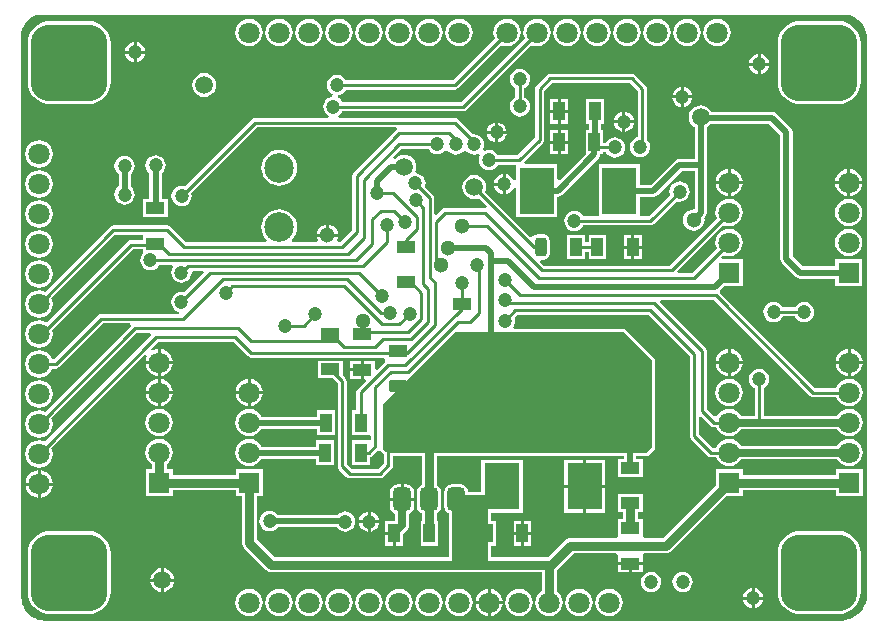
<source format=gtl>
G04 Layer_Physical_Order=1*
G04 Layer_Color=255*
%FSLAX44Y44*%
%MOMM*%
G71*
G01*
G75*
%ADD10R,1.6000X1.0000*%
G04:AMPARAMS|DCode=11|XSize=1mm|YSize=1.6mm|CornerRadius=0.25mm|HoleSize=0mm|Usage=FLASHONLY|Rotation=90.000|XOffset=0mm|YOffset=0mm|HoleType=Round|Shape=RoundedRectangle|*
%AMROUNDEDRECTD11*
21,1,1.0000,1.1000,0,0,90.0*
21,1,0.5000,1.6000,0,0,90.0*
1,1,0.5000,0.5500,0.2500*
1,1,0.5000,0.5500,-0.2500*
1,1,0.5000,-0.5500,-0.2500*
1,1,0.5000,-0.5500,0.2500*
%
%ADD11ROUNDEDRECTD11*%
G04:AMPARAMS|DCode=12|XSize=1.5mm|YSize=2mm|CornerRadius=0.375mm|HoleSize=0mm|Usage=FLASHONLY|Rotation=0.000|XOffset=0mm|YOffset=0mm|HoleType=Round|Shape=RoundedRectangle|*
%AMROUNDEDRECTD12*
21,1,1.5000,1.2500,0,0,0.0*
21,1,0.7500,2.0000,0,0,0.0*
1,1,0.7500,0.3750,-0.6250*
1,1,0.7500,-0.3750,-0.6250*
1,1,0.7500,-0.3750,0.6250*
1,1,0.7500,0.3750,0.6250*
%
%ADD12ROUNDEDRECTD12*%
G04:AMPARAMS|DCode=13|XSize=6mm|YSize=3mm|CornerRadius=0.75mm|HoleSize=0mm|Usage=FLASHONLY|Rotation=0.000|XOffset=0mm|YOffset=0mm|HoleType=Round|Shape=RoundedRectangle|*
%AMROUNDEDRECTD13*
21,1,6.0000,1.5000,0,0,0.0*
21,1,4.5000,3.0000,0,0,0.0*
1,1,1.5000,2.2500,-0.7500*
1,1,1.5000,-2.2500,-0.7500*
1,1,1.5000,-2.2500,0.7500*
1,1,1.5000,2.2500,0.7500*
%
%ADD13ROUNDEDRECTD13*%
%ADD14R,1.0000X1.6000*%
%ADD15R,3.0000X4.0000*%
G04:AMPARAMS|DCode=16|XSize=1mm|YSize=1.6mm|CornerRadius=0.25mm|HoleSize=0mm|Usage=FLASHONLY|Rotation=180.000|XOffset=0mm|YOffset=0mm|HoleType=Round|Shape=RoundedRectangle|*
%AMROUNDEDRECTD16*
21,1,1.0000,1.1000,0,0,180.0*
21,1,0.5000,1.6000,0,0,180.0*
1,1,0.5000,-0.2500,0.5500*
1,1,0.5000,0.2500,0.5500*
1,1,0.5000,0.2500,-0.5500*
1,1,0.5000,-0.2500,-0.5500*
%
%ADD16ROUNDEDRECTD16*%
%ADD17C,0.5080*%
%ADD18C,0.2540*%
%ADD19C,0.5000*%
%ADD20C,0.7620*%
%ADD21C,0.6350*%
%ADD22C,2.5000*%
%ADD23R,1.8000X1.8000*%
%ADD24C,1.8000*%
G04:AMPARAMS|DCode=25|XSize=6.5mm|YSize=6.5mm|CornerRadius=1.625mm|HoleSize=0mm|Usage=FLASHONLY|Rotation=0.000|XOffset=0mm|YOffset=0mm|HoleType=Round|Shape=RoundedRectangle|*
%AMROUNDEDRECTD25*
21,1,6.5000,3.2500,0,0,0.0*
21,1,3.2500,6.5000,0,0,0.0*
1,1,3.2500,1.6250,-1.6250*
1,1,3.2500,-1.6250,-1.6250*
1,1,3.2500,-1.6250,1.6250*
1,1,3.2500,1.6250,1.6250*
%
%ADD25ROUNDEDRECTD25*%
%ADD26C,1.3000*%
%ADD27C,1.2000*%
%ADD28C,1.5000*%
G36*
X705866Y524510D02*
X707892D01*
X711867Y523719D01*
X715611Y522168D01*
X718981Y519917D01*
X721847Y517051D01*
X724098Y513681D01*
X725649Y509937D01*
X726440Y505962D01*
Y503936D01*
X726440D01*
X726440Y34036D01*
X726440Y32538D01*
X726049Y29567D01*
X725273Y26672D01*
X724126Y23904D01*
X722628Y21308D01*
X720804Y18931D01*
X718685Y16812D01*
X716308Y14988D01*
X713712Y13489D01*
X710944Y12343D01*
X708049Y11567D01*
X705554Y11238D01*
X703580Y11176D01*
X703580Y11176D01*
X31750Y11176D01*
X30335Y11176D01*
X27529Y11545D01*
X24795Y12278D01*
X22180Y13361D01*
X19729Y14776D01*
X17484Y16499D01*
X15483Y18500D01*
X13760Y20745D01*
X12345Y23196D01*
X11262Y25811D01*
X10529Y28545D01*
X10160Y31351D01*
X10160Y32766D01*
X10160Y506730D01*
Y508481D01*
X10843Y511916D01*
X12184Y515152D01*
X14129Y518064D01*
X16606Y520541D01*
X19518Y522486D01*
X22754Y523827D01*
X26189Y524510D01*
X27940Y524510D01*
Y524510D01*
X705866Y524510D01*
D02*
G37*
%LPC*%
G36*
X26670Y138472D02*
Y128270D01*
X36872D01*
X36643Y130013D01*
X35480Y132820D01*
X33630Y135230D01*
X31220Y137080D01*
X28412Y138243D01*
X26670Y138472D01*
D02*
G37*
G36*
X203200Y165310D02*
X200187Y164913D01*
X197380Y163750D01*
X194970Y161900D01*
X193120Y159490D01*
X191957Y156683D01*
X191560Y153670D01*
X191957Y150658D01*
X193120Y147850D01*
X194970Y145440D01*
X197380Y143590D01*
X200187Y142427D01*
X203200Y142030D01*
X206213Y142427D01*
X209020Y143590D01*
X211430Y145440D01*
X213280Y147850D01*
X213457Y148277D01*
X260162D01*
Y142876D01*
X275242D01*
Y163956D01*
X260162D01*
Y158555D01*
X213668D01*
X213280Y159490D01*
X211430Y161900D01*
X209020Y163750D01*
X206213Y164913D01*
X203200Y165310D01*
D02*
G37*
G36*
X504712Y147508D02*
X488442D01*
Y126238D01*
X504712D01*
Y147508D01*
D02*
G37*
G36*
X24130Y138472D02*
X22387Y138243D01*
X19580Y137080D01*
X17170Y135230D01*
X15320Y132820D01*
X14157Y130013D01*
X13928Y128270D01*
X24130D01*
Y138472D01*
D02*
G37*
G36*
X127000Y190709D02*
X123988Y190313D01*
X121180Y189150D01*
X118770Y187300D01*
X116920Y184890D01*
X115757Y182083D01*
X115360Y179070D01*
X115757Y176057D01*
X116920Y173250D01*
X118770Y170840D01*
X121180Y168990D01*
X123988Y167827D01*
X127000Y167430D01*
X130013Y167827D01*
X132820Y168990D01*
X135230Y170840D01*
X137080Y173250D01*
X138243Y176057D01*
X138639Y179070D01*
X138243Y182083D01*
X137080Y184890D01*
X135230Y187300D01*
X132820Y189150D01*
X130013Y190313D01*
X127000Y190709D01*
D02*
G37*
G36*
X609600Y216110D02*
X606587Y215713D01*
X603780Y214550D01*
X601370Y212700D01*
X599520Y210290D01*
X598357Y207482D01*
X597960Y204470D01*
X598357Y201458D01*
X599520Y198650D01*
X601370Y196240D01*
X603780Y194390D01*
X606587Y193227D01*
X609600Y192830D01*
X612612Y193227D01*
X615420Y194390D01*
X617830Y196240D01*
X619680Y198650D01*
X620843Y201458D01*
X621240Y204470D01*
X620843Y207482D01*
X619680Y210290D01*
X617830Y212700D01*
X615420Y214550D01*
X612612Y215713D01*
X609600Y216110D01*
D02*
G37*
G36*
X125730Y203200D02*
X115528D01*
X115757Y201458D01*
X116920Y198650D01*
X118770Y196240D01*
X121180Y194390D01*
X123988Y193227D01*
X125730Y192998D01*
Y203200D01*
D02*
G37*
G36*
X203200Y190709D02*
X200187Y190313D01*
X197380Y189150D01*
X194970Y187300D01*
X193120Y184890D01*
X191957Y182083D01*
X191560Y179070D01*
X191957Y176057D01*
X193120Y173250D01*
X194970Y170840D01*
X197380Y168990D01*
X200187Y167827D01*
X203200Y167430D01*
X206213Y167827D01*
X209020Y168990D01*
X211430Y170840D01*
X213280Y173250D01*
X213457Y173677D01*
X260402D01*
Y168276D01*
X275482D01*
Y189356D01*
X260402D01*
Y183955D01*
X213668D01*
X213280Y184890D01*
X211430Y187300D01*
X209020Y189150D01*
X206213Y190313D01*
X203200Y190709D01*
D02*
G37*
G36*
X25400Y214839D02*
X22387Y214443D01*
X19580Y213280D01*
X17170Y211430D01*
X15320Y209020D01*
X14157Y206213D01*
X13760Y203200D01*
X14157Y200187D01*
X15320Y197380D01*
X17170Y194970D01*
X19580Y193120D01*
X22387Y191957D01*
X25400Y191560D01*
X28412Y191957D01*
X31220Y193120D01*
X33630Y194970D01*
X35480Y197380D01*
X36643Y200187D01*
X37039Y203200D01*
X36643Y206213D01*
X35480Y209020D01*
X33630Y211430D01*
X31220Y213280D01*
X28412Y214443D01*
X25400Y214839D01*
D02*
G37*
G36*
X485902Y147508D02*
X469632D01*
Y126238D01*
X485902D01*
Y147508D01*
D02*
G37*
G36*
Y123698D02*
X469632D01*
Y102428D01*
X485902D01*
Y123698D01*
D02*
G37*
G36*
X504712D02*
X488442D01*
Y102428D01*
X504712D01*
Y123698D01*
D02*
G37*
G36*
X303530Y103696D02*
X302571Y103570D01*
X300493Y102710D01*
X298709Y101341D01*
X297340Y99557D01*
X296480Y97479D01*
X296353Y96520D01*
X303530D01*
Y103696D01*
D02*
G37*
G36*
X306070D02*
Y96520D01*
X313246D01*
X313120Y97479D01*
X312260Y99557D01*
X310891Y101341D01*
X309107Y102710D01*
X307029Y103570D01*
X306070Y103696D01*
D02*
G37*
G36*
X331430Y126664D02*
X328950D01*
X327308Y126448D01*
X325778Y125814D01*
X324464Y124806D01*
X323456Y123492D01*
X322822Y121962D01*
X322606Y120320D01*
Y115340D01*
X331430D01*
Y126664D01*
D02*
G37*
G36*
X36872Y125730D02*
X26670D01*
Y115528D01*
X28412Y115757D01*
X31220Y116920D01*
X33630Y118770D01*
X35480Y121180D01*
X36643Y123988D01*
X36872Y125730D01*
D02*
G37*
G36*
X127000Y165310D02*
X123988Y164913D01*
X121180Y163750D01*
X118770Y161900D01*
X116920Y159490D01*
X115757Y156683D01*
X115360Y153670D01*
X115757Y150658D01*
X116920Y147850D01*
X118770Y145440D01*
X120595Y144039D01*
Y139810D01*
X115460D01*
Y116730D01*
X138540D01*
Y121865D01*
X191660D01*
Y116730D01*
X196795D01*
Y77470D01*
X197013Y75812D01*
X197653Y74268D01*
X198671Y72941D01*
X217467Y54145D01*
X218794Y53127D01*
X220338Y52487D01*
X221996Y52269D01*
X450795D01*
Y36301D01*
X448970Y34900D01*
X447120Y32490D01*
X445957Y29683D01*
X445560Y26670D01*
X445957Y23658D01*
X447120Y20850D01*
X448970Y18440D01*
X451380Y16590D01*
X454188Y15427D01*
X457200Y15030D01*
X460213Y15427D01*
X463020Y16590D01*
X465430Y18440D01*
X467280Y20850D01*
X468443Y23658D01*
X468840Y26670D01*
X468443Y29683D01*
X467280Y32490D01*
X465430Y34900D01*
X463605Y36301D01*
Y54243D01*
X477887Y68525D01*
X513777D01*
X515240Y67230D01*
X515240Y66525D01*
Y60960D01*
X525780D01*
X536320D01*
Y66525D01*
X536320Y67230D01*
X537784Y68525D01*
X556260D01*
X557918Y68743D01*
X559462Y69383D01*
X560789Y70401D01*
X607118Y116730D01*
X621140D01*
Y121865D01*
X699660D01*
Y116730D01*
X722740D01*
Y139810D01*
X699660D01*
Y134675D01*
X621140D01*
Y139810D01*
X598060D01*
Y125788D01*
X553607Y81335D01*
X537982D01*
X536320Y82150D01*
X536320Y83335D01*
Y97230D01*
X532185D01*
Y103190D01*
X536320D01*
Y118270D01*
X515240D01*
Y103190D01*
X519375D01*
Y97230D01*
X515240D01*
Y83335D01*
X515240Y82150D01*
X513578Y81335D01*
X475234D01*
X473576Y81117D01*
X472032Y80477D01*
X470705Y79459D01*
X456325Y65079D01*
X407720D01*
Y74804D01*
X412134D01*
Y95884D01*
X407720D01*
Y102428D01*
X434712D01*
Y147508D01*
X399632D01*
Y120475D01*
X388574D01*
X388378Y121962D01*
X387744Y123492D01*
X386736Y124806D01*
X385422Y125814D01*
X383892Y126448D01*
X382250Y126664D01*
X374750D01*
X373108Y126448D01*
X371578Y125814D01*
X370264Y124806D01*
X369256Y123492D01*
X368622Y121962D01*
X368406Y120320D01*
Y107820D01*
X368622Y106178D01*
X369256Y104648D01*
X370264Y103334D01*
X371578Y102326D01*
X372095Y102111D01*
Y65079D01*
X224649D01*
X209605Y80123D01*
Y116730D01*
X214740D01*
Y139810D01*
X191660D01*
Y134675D01*
X138540D01*
Y139810D01*
X133405D01*
Y144039D01*
X135230Y145440D01*
X137080Y147850D01*
X138243Y150658D01*
X138639Y153670D01*
X138243Y156683D01*
X137080Y159490D01*
X135230Y161900D01*
X132820Y163750D01*
X130013Y164913D01*
X127000Y165310D01*
D02*
G37*
G36*
X336450Y126664D02*
X333970D01*
Y115340D01*
X342794D01*
Y120320D01*
X342578Y121962D01*
X341944Y123492D01*
X340936Y124806D01*
X339622Y125814D01*
X338092Y126448D01*
X336450Y126664D01*
D02*
G37*
G36*
X24130Y125730D02*
X13928D01*
X14157Y123988D01*
X15320Y121180D01*
X17170Y118770D01*
X19580Y116920D01*
X22387Y115757D01*
X24130Y115528D01*
Y125730D01*
D02*
G37*
G36*
X621072Y228600D02*
X610870D01*
Y218398D01*
X612612Y218627D01*
X615420Y219790D01*
X617830Y221640D01*
X619680Y224050D01*
X620843Y226857D01*
X621072Y228600D01*
D02*
G37*
G36*
X722672D02*
X712470D01*
Y218398D01*
X714212Y218627D01*
X717020Y219790D01*
X719430Y221640D01*
X721280Y224050D01*
X722443Y226857D01*
X722672Y228600D01*
D02*
G37*
G36*
X709930D02*
X699728D01*
X699957Y226857D01*
X701120Y224050D01*
X702970Y221640D01*
X705380Y219790D01*
X708187Y218627D01*
X709930Y218398D01*
Y228600D01*
D02*
G37*
G36*
X138472D02*
X128270D01*
Y218398D01*
X130013Y218627D01*
X132820Y219790D01*
X135230Y221640D01*
X137080Y224050D01*
X138243Y226857D01*
X138472Y228600D01*
D02*
G37*
G36*
X297688Y231300D02*
X288418D01*
Y225030D01*
X297688D01*
Y231300D01*
D02*
G37*
G36*
X128270Y241342D02*
Y231140D01*
X138472D01*
X138243Y232882D01*
X137080Y235690D01*
X135230Y238100D01*
X132820Y239950D01*
X130013Y241113D01*
X128270Y241342D01*
D02*
G37*
G36*
X610870D02*
Y231140D01*
X621072D01*
X620843Y232882D01*
X619680Y235690D01*
X617830Y238100D01*
X615420Y239950D01*
X612612Y241113D01*
X610870Y241342D01*
D02*
G37*
G36*
X608330D02*
X606587Y241113D01*
X603780Y239950D01*
X601370Y238100D01*
X599520Y235690D01*
X598357Y232882D01*
X598128Y231140D01*
X608330D01*
Y241342D01*
D02*
G37*
G36*
X709930D02*
X708187Y241113D01*
X705380Y239950D01*
X702970Y238100D01*
X701120Y235690D01*
X699957Y232882D01*
X699728Y231140D01*
X709930D01*
Y241342D01*
D02*
G37*
G36*
X608330Y228600D02*
X598128D01*
X598357Y226857D01*
X599520Y224050D01*
X601370Y221640D01*
X603780Y219790D01*
X606587Y218627D01*
X608330Y218398D01*
Y228600D01*
D02*
G37*
G36*
X214672Y203200D02*
X204470D01*
Y192998D01*
X206213Y193227D01*
X209020Y194390D01*
X211430Y196240D01*
X213280Y198650D01*
X214443Y201458D01*
X214672Y203200D01*
D02*
G37*
G36*
X125730Y215942D02*
X123988Y215713D01*
X121180Y214550D01*
X118770Y212700D01*
X116920Y210290D01*
X115757Y207482D01*
X115528Y205740D01*
X125730D01*
Y215942D01*
D02*
G37*
G36*
X201930Y203200D02*
X191728D01*
X191957Y201458D01*
X193120Y198650D01*
X194970Y196240D01*
X197380Y194390D01*
X200187Y193227D01*
X201930Y192998D01*
Y203200D01*
D02*
G37*
G36*
X138472D02*
X128270D01*
Y192998D01*
X130013Y193227D01*
X132820Y194390D01*
X135230Y196240D01*
X137080Y198650D01*
X138243Y201458D01*
X138472Y203200D01*
D02*
G37*
G36*
X201930Y215942D02*
X200187Y215713D01*
X197380Y214550D01*
X194970Y212700D01*
X193120Y210290D01*
X191957Y207482D01*
X191728Y205740D01*
X201930D01*
Y215942D01*
D02*
G37*
G36*
X297688Y222490D02*
X288418D01*
Y216220D01*
X297688D01*
Y222490D01*
D02*
G37*
G36*
X125730Y228600D02*
X115528D01*
X115757Y226857D01*
X116920Y224050D01*
X118770Y221640D01*
X121180Y219790D01*
X123988Y218627D01*
X125730Y218398D01*
Y228600D01*
D02*
G37*
G36*
X128270Y215942D02*
Y205740D01*
X138472D01*
X138243Y207482D01*
X137080Y210290D01*
X135230Y212700D01*
X132820Y214550D01*
X130013Y215713D01*
X128270Y215942D01*
D02*
G37*
G36*
X204470D02*
Y205740D01*
X214672D01*
X214443Y207482D01*
X213280Y210290D01*
X211430Y212700D01*
X209020Y214550D01*
X206213Y215713D01*
X204470Y215942D01*
D02*
G37*
G36*
X417872Y25400D02*
X407670D01*
Y15198D01*
X409412Y15427D01*
X412220Y16590D01*
X414630Y18440D01*
X416480Y20850D01*
X417643Y23658D01*
X417872Y25400D01*
D02*
G37*
G36*
X67050Y87201D02*
X34550D01*
X30866Y86838D01*
X27325Y85764D01*
X24060Y84019D01*
X21199Y81671D01*
X18851Y78810D01*
X17106Y75545D01*
X16032Y72003D01*
X15669Y68320D01*
Y35820D01*
X16032Y32136D01*
X17106Y28595D01*
X18851Y25330D01*
X21199Y22469D01*
X24060Y20121D01*
X27325Y18376D01*
X30866Y17302D01*
X34550Y16939D01*
X67050D01*
X70733Y17302D01*
X74275Y18376D01*
X77540Y20121D01*
X80401Y22469D01*
X82749Y25330D01*
X84494Y28595D01*
X85568Y32136D01*
X85931Y35820D01*
Y68320D01*
X85568Y72003D01*
X84494Y75545D01*
X82749Y78810D01*
X80401Y81671D01*
X77540Y84019D01*
X74275Y85764D01*
X70733Y86838D01*
X67050Y87201D01*
D02*
G37*
G36*
X508000Y38310D02*
X504987Y37913D01*
X502180Y36750D01*
X499770Y34900D01*
X497920Y32490D01*
X496757Y29683D01*
X496360Y26670D01*
X496757Y23658D01*
X497920Y20850D01*
X499770Y18440D01*
X502180Y16590D01*
X504987Y15427D01*
X508000Y15030D01*
X511012Y15427D01*
X513820Y16590D01*
X516230Y18440D01*
X518080Y20850D01*
X519243Y23658D01*
X519640Y26670D01*
X519243Y29683D01*
X518080Y32490D01*
X516230Y34900D01*
X513820Y36750D01*
X511012Y37913D01*
X508000Y38310D01*
D02*
G37*
G36*
X405130Y25400D02*
X394928D01*
X395157Y23658D01*
X396320Y20850D01*
X398170Y18440D01*
X400580Y16590D01*
X403387Y15427D01*
X405130Y15198D01*
Y25400D01*
D02*
G37*
G36*
X702050Y87201D02*
X669550D01*
X665866Y86838D01*
X662325Y85764D01*
X659060Y84019D01*
X656199Y81671D01*
X653851Y78810D01*
X652106Y75545D01*
X651032Y72003D01*
X650669Y68320D01*
Y35820D01*
X651032Y32136D01*
X652106Y28595D01*
X653851Y25330D01*
X656199Y22469D01*
X659060Y20121D01*
X662325Y18376D01*
X665866Y17302D01*
X669550Y16939D01*
X702050D01*
X705733Y17302D01*
X709275Y18376D01*
X712540Y20121D01*
X715401Y22469D01*
X717749Y25330D01*
X719494Y28595D01*
X720568Y32136D01*
X720931Y35820D01*
Y68320D01*
X720568Y72003D01*
X719494Y75545D01*
X717749Y78810D01*
X715401Y81671D01*
X712540Y84019D01*
X709275Y85764D01*
X705733Y86838D01*
X702050Y87201D01*
D02*
G37*
G36*
X405130Y38142D02*
X403387Y37913D01*
X400580Y36750D01*
X398170Y34900D01*
X396320Y32490D01*
X395157Y29683D01*
X394928Y27940D01*
X405130D01*
Y38142D01*
D02*
G37*
G36*
X407670D02*
Y27940D01*
X417872D01*
X417643Y29683D01*
X416480Y32490D01*
X414630Y34900D01*
X412220Y36750D01*
X409412Y37913D01*
X407670Y38142D01*
D02*
G37*
G36*
X628650Y29210D02*
X621474D01*
X621600Y28251D01*
X622460Y26173D01*
X623829Y24389D01*
X625613Y23020D01*
X627691Y22160D01*
X628650Y22034D01*
Y29210D01*
D02*
G37*
G36*
X638367D02*
X631190D01*
Y22034D01*
X632149Y22160D01*
X634227Y23020D01*
X636011Y24389D01*
X637380Y26173D01*
X638240Y28251D01*
X638367Y29210D01*
D02*
G37*
G36*
X482600Y38310D02*
X479588Y37913D01*
X476780Y36750D01*
X474370Y34900D01*
X472520Y32490D01*
X471357Y29683D01*
X470960Y26670D01*
X471357Y23658D01*
X472520Y20850D01*
X474370Y18440D01*
X476780Y16590D01*
X479588Y15427D01*
X482600Y15030D01*
X485612Y15427D01*
X488420Y16590D01*
X490830Y18440D01*
X492680Y20850D01*
X493843Y23658D01*
X494240Y26670D01*
X493843Y29683D01*
X492680Y32490D01*
X490830Y34900D01*
X488420Y36750D01*
X485612Y37913D01*
X482600Y38310D01*
D02*
G37*
G36*
X254000D02*
X250987Y37913D01*
X248180Y36750D01*
X245770Y34900D01*
X243920Y32490D01*
X242757Y29683D01*
X242360Y26670D01*
X242757Y23658D01*
X243920Y20850D01*
X245770Y18440D01*
X248180Y16590D01*
X250987Y15427D01*
X254000Y15030D01*
X257013Y15427D01*
X259820Y16590D01*
X262230Y18440D01*
X264080Y20850D01*
X265243Y23658D01*
X265639Y26670D01*
X265243Y29683D01*
X264080Y32490D01*
X262230Y34900D01*
X259820Y36750D01*
X257013Y37913D01*
X254000Y38310D01*
D02*
G37*
G36*
X279400D02*
X276388Y37913D01*
X273580Y36750D01*
X271170Y34900D01*
X269320Y32490D01*
X268157Y29683D01*
X267760Y26670D01*
X268157Y23658D01*
X269320Y20850D01*
X271170Y18440D01*
X273580Y16590D01*
X276388Y15427D01*
X279400Y15030D01*
X282412Y15427D01*
X285220Y16590D01*
X287630Y18440D01*
X289480Y20850D01*
X290643Y23658D01*
X291040Y26670D01*
X290643Y29683D01*
X289480Y32490D01*
X287630Y34900D01*
X285220Y36750D01*
X282412Y37913D01*
X279400Y38310D01*
D02*
G37*
G36*
X203200D02*
X200187Y37913D01*
X197380Y36750D01*
X194970Y34900D01*
X193120Y32490D01*
X191957Y29683D01*
X191560Y26670D01*
X191957Y23658D01*
X193120Y20850D01*
X194970Y18440D01*
X197380Y16590D01*
X200187Y15427D01*
X203200Y15030D01*
X206213Y15427D01*
X209020Y16590D01*
X211430Y18440D01*
X213280Y20850D01*
X214443Y23658D01*
X214839Y26670D01*
X214443Y29683D01*
X213280Y32490D01*
X211430Y34900D01*
X209020Y36750D01*
X206213Y37913D01*
X203200Y38310D01*
D02*
G37*
G36*
X228600D02*
X225588Y37913D01*
X222780Y36750D01*
X220370Y34900D01*
X218520Y32490D01*
X217357Y29683D01*
X216960Y26670D01*
X217357Y23658D01*
X218520Y20850D01*
X220370Y18440D01*
X222780Y16590D01*
X225588Y15427D01*
X228600Y15030D01*
X231612Y15427D01*
X234420Y16590D01*
X236830Y18440D01*
X238680Y20850D01*
X239843Y23658D01*
X240240Y26670D01*
X239843Y29683D01*
X238680Y32490D01*
X236830Y34900D01*
X234420Y36750D01*
X231612Y37913D01*
X228600Y38310D01*
D02*
G37*
G36*
X304800D02*
X301787Y37913D01*
X298980Y36750D01*
X296570Y34900D01*
X294720Y32490D01*
X293557Y29683D01*
X293160Y26670D01*
X293557Y23658D01*
X294720Y20850D01*
X296570Y18440D01*
X298980Y16590D01*
X301787Y15427D01*
X304800Y15030D01*
X307812Y15427D01*
X310620Y16590D01*
X313030Y18440D01*
X314880Y20850D01*
X316043Y23658D01*
X316439Y26670D01*
X316043Y29683D01*
X314880Y32490D01*
X313030Y34900D01*
X310620Y36750D01*
X307812Y37913D01*
X304800Y38310D01*
D02*
G37*
G36*
X381000D02*
X377988Y37913D01*
X375180Y36750D01*
X372770Y34900D01*
X370920Y32490D01*
X369757Y29683D01*
X369361Y26670D01*
X369757Y23658D01*
X370920Y20850D01*
X372770Y18440D01*
X375180Y16590D01*
X377988Y15427D01*
X381000Y15030D01*
X384012Y15427D01*
X386820Y16590D01*
X389230Y18440D01*
X391080Y20850D01*
X392243Y23658D01*
X392640Y26670D01*
X392243Y29683D01*
X391080Y32490D01*
X389230Y34900D01*
X386820Y36750D01*
X384012Y37913D01*
X381000Y38310D01*
D02*
G37*
G36*
X431800D02*
X428787Y37913D01*
X425980Y36750D01*
X423570Y34900D01*
X421720Y32490D01*
X420557Y29683D01*
X420160Y26670D01*
X420557Y23658D01*
X421720Y20850D01*
X423570Y18440D01*
X425980Y16590D01*
X428787Y15427D01*
X431800Y15030D01*
X434813Y15427D01*
X437620Y16590D01*
X440030Y18440D01*
X441880Y20850D01*
X443043Y23658D01*
X443440Y26670D01*
X443043Y29683D01*
X441880Y32490D01*
X440030Y34900D01*
X437620Y36750D01*
X434813Y37913D01*
X431800Y38310D01*
D02*
G37*
G36*
X330200D02*
X327188Y37913D01*
X324380Y36750D01*
X321970Y34900D01*
X320120Y32490D01*
X318957Y29683D01*
X318560Y26670D01*
X318957Y23658D01*
X320120Y20850D01*
X321970Y18440D01*
X324380Y16590D01*
X327188Y15427D01*
X330200Y15030D01*
X333213Y15427D01*
X336020Y16590D01*
X338430Y18440D01*
X340280Y20850D01*
X341443Y23658D01*
X341839Y26670D01*
X341443Y29683D01*
X340280Y32490D01*
X338430Y34900D01*
X336020Y36750D01*
X333213Y37913D01*
X330200Y38310D01*
D02*
G37*
G36*
X355600D02*
X352588Y37913D01*
X349780Y36750D01*
X347370Y34900D01*
X345520Y32490D01*
X344357Y29683D01*
X343960Y26670D01*
X344357Y23658D01*
X345520Y20850D01*
X347370Y18440D01*
X349780Y16590D01*
X352588Y15427D01*
X355600Y15030D01*
X358613Y15427D01*
X361420Y16590D01*
X363830Y18440D01*
X365680Y20850D01*
X366843Y23658D01*
X367239Y26670D01*
X366843Y29683D01*
X365680Y32490D01*
X363830Y34900D01*
X361420Y36750D01*
X358613Y37913D01*
X355600Y38310D01*
D02*
G37*
G36*
X433324Y84074D02*
X427054D01*
Y74804D01*
X433324D01*
Y84074D01*
D02*
G37*
G36*
X442134D02*
X435864D01*
Y74804D01*
X442134D01*
Y84074D01*
D02*
G37*
G36*
X324584D02*
X318314D01*
Y74804D01*
X324584D01*
Y84074D01*
D02*
G37*
G36*
X342794Y112800D02*
X322606D01*
Y107820D01*
X322822Y106178D01*
X323456Y104648D01*
X324464Y103334D01*
X325778Y102326D01*
X326936Y101846D01*
Y95884D01*
X318314D01*
Y86614D01*
X325854D01*
Y85344D01*
X327124D01*
Y74804D01*
X333394D01*
Y84732D01*
X336776Y88114D01*
X337692Y89308D01*
X338268Y90698D01*
X338464Y92190D01*
Y101846D01*
X339622Y102326D01*
X340936Y103334D01*
X341944Y104648D01*
X342578Y106178D01*
X342794Y107820D01*
Y112800D01*
D02*
G37*
G36*
X433324Y95884D02*
X427054D01*
Y86614D01*
X433324D01*
Y95884D01*
D02*
G37*
G36*
X303530Y93980D02*
X296353D01*
X296480Y93021D01*
X297340Y90943D01*
X298709Y89159D01*
X300493Y87790D01*
X302571Y86930D01*
X303530Y86804D01*
Y93980D01*
D02*
G37*
G36*
X313246D02*
X306070D01*
Y86804D01*
X307029Y86930D01*
X309107Y87790D01*
X310891Y89159D01*
X312260Y90943D01*
X313120Y93021D01*
X313246Y93980D01*
D02*
G37*
G36*
X442134Y95884D02*
X435864D01*
Y86614D01*
X442134D01*
Y95884D01*
D02*
G37*
G36*
X220472Y104118D02*
X218243Y103824D01*
X216165Y102964D01*
X214381Y101595D01*
X213012Y99811D01*
X212152Y97733D01*
X211858Y95504D01*
X212152Y93275D01*
X213012Y91197D01*
X214381Y89413D01*
X216165Y88044D01*
X218243Y87184D01*
X220472Y86890D01*
X222701Y87184D01*
X224779Y88044D01*
X226563Y89413D01*
X227262Y90324D01*
X277495D01*
X278389Y89159D01*
X280173Y87790D01*
X282251Y86930D01*
X284480Y86636D01*
X286709Y86930D01*
X288787Y87790D01*
X290571Y89159D01*
X291940Y90943D01*
X292800Y93021D01*
X293094Y95250D01*
X292800Y97479D01*
X291940Y99557D01*
X290571Y101341D01*
X288787Y102710D01*
X286709Y103570D01*
X284480Y103864D01*
X282251Y103570D01*
X280173Y102710D01*
X278389Y101341D01*
X277885Y100683D01*
X227262D01*
X226563Y101595D01*
X224779Y102964D01*
X222701Y103824D01*
X220472Y104118D01*
D02*
G37*
G36*
X536320Y58420D02*
X527050D01*
Y52150D01*
X536320D01*
Y58420D01*
D02*
G37*
G36*
X543560Y52810D02*
X541331Y52516D01*
X539253Y51656D01*
X537469Y50287D01*
X536100Y48503D01*
X535240Y46425D01*
X534946Y44196D01*
X535240Y41967D01*
X536100Y39889D01*
X537469Y38105D01*
X539253Y36736D01*
X541331Y35876D01*
X543560Y35582D01*
X545789Y35876D01*
X547867Y36736D01*
X549651Y38105D01*
X551020Y39889D01*
X551880Y41967D01*
X552174Y44196D01*
X551880Y46425D01*
X551020Y48503D01*
X549651Y50287D01*
X547867Y51656D01*
X545789Y52516D01*
X543560Y52810D01*
D02*
G37*
G36*
X570230D02*
X568001Y52516D01*
X565923Y51656D01*
X564139Y50287D01*
X562770Y48503D01*
X561910Y46425D01*
X561616Y44196D01*
X561910Y41967D01*
X562770Y39889D01*
X564139Y38105D01*
X565923Y36736D01*
X568001Y35876D01*
X570230Y35582D01*
X572459Y35876D01*
X574537Y36736D01*
X576321Y38105D01*
X577690Y39889D01*
X578550Y41967D01*
X578844Y44196D01*
X578550Y46425D01*
X577690Y48503D01*
X576321Y50287D01*
X574537Y51656D01*
X572459Y52516D01*
X570230Y52810D01*
D02*
G37*
G36*
X628650Y38926D02*
X627691Y38800D01*
X625613Y37940D01*
X623829Y36571D01*
X622460Y34787D01*
X621600Y32709D01*
X621474Y31750D01*
X628650D01*
Y38926D01*
D02*
G37*
G36*
X631190D02*
Y31750D01*
X638367D01*
X638240Y32709D01*
X637380Y34787D01*
X636011Y36571D01*
X634227Y37940D01*
X632149Y38800D01*
X631190Y38926D01*
D02*
G37*
G36*
X128270Y44450D02*
X119581D01*
X119758Y43099D01*
X120770Y40657D01*
X122379Y38559D01*
X124477Y36950D01*
X126919Y35938D01*
X128270Y35761D01*
Y44450D01*
D02*
G37*
G36*
X130810Y55679D02*
Y46990D01*
X139499D01*
X139322Y48341D01*
X138310Y50783D01*
X136701Y52881D01*
X134603Y54490D01*
X132161Y55502D01*
X130810Y55679D01*
D02*
G37*
G36*
X524510Y58420D02*
X515240D01*
Y52150D01*
X524510D01*
Y58420D01*
D02*
G37*
G36*
X139499Y44450D02*
X130810D01*
Y35761D01*
X132161Y35938D01*
X134603Y36950D01*
X136701Y38559D01*
X138310Y40657D01*
X139322Y43099D01*
X139499Y44450D01*
D02*
G37*
G36*
X128270Y55679D02*
X126919Y55502D01*
X124477Y54490D01*
X122379Y52881D01*
X120770Y50783D01*
X119758Y48341D01*
X119581Y46990D01*
X128270D01*
Y55679D01*
D02*
G37*
G36*
X702050Y519001D02*
X669550D01*
X665866Y518638D01*
X662325Y517564D01*
X659060Y515819D01*
X656199Y513471D01*
X653851Y510610D01*
X652106Y507345D01*
X651032Y503803D01*
X650669Y500120D01*
Y467620D01*
X651032Y463937D01*
X652106Y460395D01*
X653851Y457130D01*
X656199Y454269D01*
X659060Y451921D01*
X662325Y450176D01*
X665866Y449102D01*
X669550Y448739D01*
X702050D01*
X705733Y449102D01*
X709275Y450176D01*
X712540Y451921D01*
X715401Y454269D01*
X717749Y457130D01*
X719494Y460395D01*
X720568Y463937D01*
X720931Y467620D01*
Y500120D01*
X720568Y503803D01*
X719494Y507345D01*
X717749Y510610D01*
X715401Y513471D01*
X712540Y515819D01*
X709275Y517564D01*
X705733Y518638D01*
X702050Y519001D01*
D02*
G37*
G36*
X165100Y474947D02*
X162479Y474602D01*
X160037Y473590D01*
X157939Y471981D01*
X156330Y469883D01*
X155318Y467441D01*
X154973Y464820D01*
X155318Y462199D01*
X156330Y459757D01*
X157939Y457659D01*
X160037Y456050D01*
X162479Y455038D01*
X165100Y454693D01*
X167721Y455038D01*
X170163Y456050D01*
X172261Y457659D01*
X173870Y459757D01*
X174882Y462199D01*
X175227Y464820D01*
X174882Y467441D01*
X173870Y469883D01*
X172261Y471981D01*
X170163Y473590D01*
X167721Y474602D01*
X165100Y474947D01*
D02*
G37*
G36*
X578423Y453644D02*
X571246D01*
Y446468D01*
X572205Y446594D01*
X574283Y447454D01*
X576067Y448823D01*
X577436Y450607D01*
X578296Y452685D01*
X578423Y453644D01*
D02*
G37*
G36*
X67050Y519001D02*
X34550D01*
X30866Y518638D01*
X27325Y517564D01*
X24060Y515819D01*
X21199Y513471D01*
X18851Y510610D01*
X17106Y507345D01*
X16032Y503803D01*
X15669Y500120D01*
Y467620D01*
X16032Y463937D01*
X17106Y460395D01*
X18851Y457130D01*
X21199Y454269D01*
X24060Y451921D01*
X27325Y450176D01*
X30866Y449102D01*
X34550Y448739D01*
X67050D01*
X70733Y449102D01*
X74275Y450176D01*
X77540Y451921D01*
X80401Y454269D01*
X82749Y457130D01*
X84494Y460395D01*
X85568Y463937D01*
X85931Y467620D01*
Y500120D01*
X85568Y503803D01*
X84494Y507345D01*
X82749Y510610D01*
X80401Y513471D01*
X77540Y515819D01*
X74275Y517564D01*
X70733Y518638D01*
X67050Y519001D01*
D02*
G37*
G36*
X568706Y463360D02*
X567747Y463234D01*
X565669Y462374D01*
X563885Y461005D01*
X562516Y459221D01*
X561656Y457143D01*
X561530Y456184D01*
X568706D01*
Y463360D01*
D02*
G37*
G36*
X643447Y481330D02*
X636270D01*
Y474154D01*
X637229Y474280D01*
X639307Y475140D01*
X641091Y476509D01*
X642460Y478293D01*
X643320Y480371D01*
X643447Y481330D01*
D02*
G37*
G36*
X633730Y491046D02*
X632771Y490920D01*
X630693Y490060D01*
X628909Y488691D01*
X627540Y486907D01*
X626680Y484829D01*
X626553Y483870D01*
X633730D01*
Y491046D01*
D02*
G37*
G36*
X571246Y463360D02*
Y456184D01*
X578423D01*
X578296Y457143D01*
X577436Y459221D01*
X576067Y461005D01*
X574283Y462374D01*
X572205Y463234D01*
X571246Y463360D01*
D02*
G37*
G36*
X633730Y481330D02*
X626553D01*
X626680Y480371D01*
X627540Y478293D01*
X628909Y476509D01*
X630693Y475140D01*
X632771Y474280D01*
X633730Y474154D01*
Y481330D01*
D02*
G37*
G36*
X568706Y453644D02*
X561530D01*
X561656Y452685D01*
X562516Y450607D01*
X563885Y448823D01*
X565669Y447454D01*
X567747Y446594D01*
X568706Y446468D01*
Y453644D01*
D02*
G37*
G36*
X464552Y441198D02*
X458282D01*
Y431928D01*
X464552D01*
Y441198D01*
D02*
G37*
G36*
X473362D02*
X467092D01*
Y431928D01*
X473362D01*
Y441198D01*
D02*
G37*
G36*
X411480Y433134D02*
X410521Y433008D01*
X408443Y432148D01*
X406659Y430779D01*
X405290Y428995D01*
X404430Y426917D01*
X404304Y425958D01*
X411480D01*
Y433134D01*
D02*
G37*
G36*
X414020D02*
Y425958D01*
X421197D01*
X421070Y426917D01*
X420210Y428995D01*
X418841Y430779D01*
X417057Y432148D01*
X414979Y433008D01*
X414020Y433134D01*
D02*
G37*
G36*
X519176Y442279D02*
X518217Y442152D01*
X516139Y441292D01*
X514355Y439923D01*
X512986Y438139D01*
X512126Y436061D01*
X512000Y435102D01*
X519176D01*
Y442279D01*
D02*
G37*
G36*
X464552Y453008D02*
X458282D01*
Y443738D01*
X464552D01*
Y453008D01*
D02*
G37*
G36*
X473362D02*
X467092D01*
Y443738D01*
X473362D01*
Y453008D01*
D02*
G37*
G36*
X521716Y442279D02*
Y435102D01*
X528893D01*
X528766Y436061D01*
X527906Y438139D01*
X526537Y439923D01*
X524753Y441292D01*
X522675Y442152D01*
X521716Y442279D01*
D02*
G37*
G36*
X432308Y478768D02*
X430079Y478474D01*
X428001Y477614D01*
X426217Y476245D01*
X424848Y474461D01*
X423988Y472383D01*
X423694Y470154D01*
X423988Y467925D01*
X424848Y465847D01*
X426217Y464063D01*
X428001Y462694D01*
X428423Y462519D01*
Y454420D01*
X428003Y454246D01*
X426219Y452877D01*
X424850Y451093D01*
X423990Y449015D01*
X423696Y446786D01*
X423990Y444557D01*
X424850Y442479D01*
X426219Y440695D01*
X428003Y439326D01*
X430081Y438466D01*
X432310Y438172D01*
X434539Y438466D01*
X436617Y439326D01*
X438401Y440695D01*
X439770Y442479D01*
X440630Y444557D01*
X440924Y446786D01*
X440630Y449015D01*
X439770Y451093D01*
X438401Y452877D01*
X436617Y454246D01*
X436193Y454421D01*
Y462519D01*
X436615Y462694D01*
X438399Y464063D01*
X439768Y465847D01*
X440628Y467925D01*
X440922Y470154D01*
X440628Y472383D01*
X439768Y474461D01*
X438399Y476245D01*
X436615Y477614D01*
X434537Y478474D01*
X432308Y478768D01*
D02*
G37*
G36*
X636270Y491046D02*
Y483870D01*
X643447D01*
X643320Y484829D01*
X642460Y486907D01*
X641091Y488691D01*
X639307Y490060D01*
X637229Y490920D01*
X636270Y491046D01*
D02*
G37*
G36*
X447040Y520910D02*
X444027Y520513D01*
X441220Y519350D01*
X438810Y517500D01*
X436960Y515090D01*
X435797Y512282D01*
X435400Y509270D01*
X435797Y506258D01*
X436599Y504322D01*
X382693Y450417D01*
X282208D01*
X282034Y450839D01*
X280665Y452623D01*
X278881Y453992D01*
X278216Y454267D01*
X278486Y456320D01*
X279851Y456500D01*
X281929Y457360D01*
X283713Y458729D01*
X285082Y460513D01*
X285257Y460935D01*
X377190D01*
X378677Y461231D01*
X379937Y462073D01*
X416692Y498829D01*
X418628Y498027D01*
X421640Y497630D01*
X424652Y498027D01*
X427460Y499190D01*
X429870Y501040D01*
X431720Y503450D01*
X432883Y506258D01*
X433279Y509270D01*
X432883Y512282D01*
X431720Y515090D01*
X429870Y517500D01*
X427460Y519350D01*
X424652Y520513D01*
X421640Y520910D01*
X418628Y520513D01*
X415820Y519350D01*
X413410Y517500D01*
X411560Y515090D01*
X410397Y512282D01*
X410000Y509270D01*
X410397Y506258D01*
X411199Y504322D01*
X375581Y468705D01*
X285257D01*
X285082Y469127D01*
X283713Y470911D01*
X281929Y472280D01*
X279851Y473140D01*
X277622Y473434D01*
X275393Y473140D01*
X273315Y472280D01*
X271531Y470911D01*
X270162Y469127D01*
X269302Y467049D01*
X269008Y464820D01*
X269302Y462591D01*
X270162Y460513D01*
X271531Y458729D01*
X273315Y457360D01*
X273980Y457085D01*
X273710Y455032D01*
X272345Y454852D01*
X270267Y453992D01*
X268483Y452623D01*
X267114Y450839D01*
X266254Y448761D01*
X265960Y446532D01*
X266254Y444303D01*
X267114Y442225D01*
X268483Y440441D01*
X270267Y439072D01*
X270551Y438955D01*
X270154Y436955D01*
X208280D01*
X206793Y436659D01*
X205533Y435817D01*
X148702Y378985D01*
X148279Y379160D01*
X146050Y379454D01*
X143821Y379160D01*
X141743Y378300D01*
X139959Y376931D01*
X138590Y375147D01*
X137730Y373069D01*
X137436Y370840D01*
X137730Y368611D01*
X138590Y366533D01*
X139959Y364749D01*
X141743Y363380D01*
X143821Y362520D01*
X146050Y362226D01*
X148279Y362520D01*
X150357Y363380D01*
X152141Y364749D01*
X153510Y366533D01*
X154370Y368611D01*
X154664Y370840D01*
X154370Y373069D01*
X154195Y373492D01*
X209889Y429185D01*
X327487D01*
X328094Y427185D01*
X327707Y426927D01*
X291639Y390859D01*
X290797Y389599D01*
X290501Y388112D01*
Y341969D01*
X280137Y331604D01*
X278185Y331806D01*
X277508Y333545D01*
X278301Y335460D01*
X278445Y336550D01*
X260543D01*
X260687Y335460D01*
X261480Y333545D01*
X260701Y331545D01*
X239833D01*
X239117Y333545D01*
X239286Y333684D01*
X241166Y335974D01*
X242562Y338587D01*
X243422Y341422D01*
X243713Y344370D01*
X243422Y347318D01*
X242562Y350153D01*
X241166Y352766D01*
X239286Y355056D01*
X236996Y356936D01*
X234383Y358332D01*
X231548Y359192D01*
X228600Y359483D01*
X225652Y359192D01*
X222817Y358332D01*
X220204Y356936D01*
X217914Y355056D01*
X216034Y352766D01*
X214638Y350153D01*
X213778Y347318D01*
X213487Y344370D01*
X213778Y341422D01*
X214638Y338587D01*
X216034Y335974D01*
X217914Y333684D01*
X218083Y333545D01*
X217367Y331545D01*
X149945D01*
X136605Y344885D01*
X135345Y345727D01*
X133858Y346023D01*
X88138D01*
X86651Y345727D01*
X85391Y344885D01*
X30348Y289841D01*
X28412Y290643D01*
X25400Y291040D01*
X22387Y290643D01*
X19580Y289480D01*
X17170Y287630D01*
X15320Y285220D01*
X14157Y282412D01*
X13760Y279400D01*
X14157Y276388D01*
X15320Y273580D01*
X17170Y271170D01*
X19580Y269320D01*
X22387Y268157D01*
X25400Y267760D01*
X28412Y268157D01*
X31220Y269320D01*
X33630Y271170D01*
X35480Y273580D01*
X36643Y276388D01*
X37039Y279400D01*
X36643Y282412D01*
X35841Y284348D01*
X89747Y338253D01*
X111271D01*
X113158Y337980D01*
Y333577D01*
X103124D01*
X101637Y333281D01*
X100377Y332439D01*
X31672Y263733D01*
X31220Y264080D01*
X28412Y265243D01*
X25400Y265639D01*
X22387Y265243D01*
X19580Y264080D01*
X17170Y262230D01*
X15320Y259820D01*
X14157Y257013D01*
X13760Y254000D01*
X14157Y250987D01*
X15320Y248180D01*
X17170Y245770D01*
X19580Y243920D01*
X22387Y242757D01*
X25400Y242360D01*
X28412Y242757D01*
X31220Y243920D01*
X33630Y245770D01*
X35480Y248180D01*
X36643Y250987D01*
X37039Y254000D01*
X36643Y257013D01*
X36437Y257511D01*
X104733Y325807D01*
X113158D01*
Y322900D01*
X113158Y322900D01*
X113158D01*
X112455Y321157D01*
X112174Y320791D01*
X111314Y318713D01*
X111020Y316484D01*
X111314Y314255D01*
X112174Y312177D01*
X113543Y310393D01*
X115327Y309024D01*
X117405Y308164D01*
X119634Y307870D01*
X121863Y308164D01*
X123941Y309024D01*
X125725Y310393D01*
X127094Y312177D01*
X127268Y312599D01*
X137521D01*
X138507Y310599D01*
X138336Y310377D01*
X137476Y308299D01*
X137182Y306070D01*
X137476Y303841D01*
X138336Y301763D01*
X139705Y299979D01*
X141489Y298610D01*
X143567Y297750D01*
X145796Y297456D01*
X148025Y297750D01*
X150103Y298610D01*
X151887Y299979D01*
X153256Y301763D01*
X154116Y303841D01*
X154410Y306070D01*
X155681Y307519D01*
X164030D01*
X164796Y305672D01*
X148448Y289323D01*
X148025Y289498D01*
X145796Y289792D01*
X143567Y289498D01*
X141489Y288638D01*
X139705Y287269D01*
X138336Y285485D01*
X137476Y283407D01*
X137182Y281178D01*
X137476Y278949D01*
X138336Y276871D01*
X139705Y275087D01*
X141489Y273718D01*
X143567Y272858D01*
X143712Y272839D01*
X143581Y270839D01*
X77724D01*
X76237Y270543D01*
X74977Y269701D01*
X38129Y232853D01*
X36021Y233113D01*
X35480Y234420D01*
X33630Y236830D01*
X31220Y238680D01*
X28412Y239843D01*
X25400Y240240D01*
X22387Y239843D01*
X19580Y238680D01*
X17170Y236830D01*
X15320Y234420D01*
X14157Y231612D01*
X13760Y228600D01*
X14157Y225588D01*
X15320Y222780D01*
X17170Y220370D01*
X19580Y218520D01*
X22387Y217357D01*
X25400Y216960D01*
X28412Y217357D01*
X31220Y218520D01*
X33630Y220370D01*
X35480Y222780D01*
X36282Y224715D01*
X39370D01*
X40857Y225011D01*
X42117Y225853D01*
X79333Y263069D01*
X102457D01*
X102469Y263055D01*
X103176Y261069D01*
X30348Y188241D01*
X28412Y189043D01*
X25400Y189440D01*
X22387Y189043D01*
X19580Y187880D01*
X17170Y186030D01*
X15320Y183620D01*
X14157Y180812D01*
X13760Y177800D01*
X14157Y174788D01*
X15320Y171980D01*
X17170Y169570D01*
X19580Y167720D01*
X22387Y166557D01*
X25400Y166160D01*
X28412Y166557D01*
X31220Y167720D01*
X33630Y169570D01*
X35480Y171980D01*
X36643Y174788D01*
X37039Y177800D01*
X36643Y180812D01*
X35841Y182748D01*
X108035Y254941D01*
X119619D01*
X120448Y252941D01*
X30348Y162841D01*
X28412Y163643D01*
X25400Y164039D01*
X22387Y163643D01*
X19580Y162480D01*
X17170Y160630D01*
X15320Y158220D01*
X14157Y155413D01*
X13760Y152400D01*
X14157Y149388D01*
X15320Y146580D01*
X17170Y144170D01*
X19580Y142320D01*
X22387Y141157D01*
X25400Y140760D01*
X28412Y141157D01*
X31220Y142320D01*
X33630Y144170D01*
X35480Y146580D01*
X36643Y149388D01*
X37039Y152400D01*
X36643Y155413D01*
X35841Y157348D01*
X115308Y236815D01*
X116920Y235690D01*
X115757Y232882D01*
X115528Y231140D01*
X125730D01*
Y241342D01*
X123988Y241113D01*
X121180Y239950D01*
X120055Y241562D01*
X126069Y247575D01*
X189907D01*
X202231Y235251D01*
X203491Y234409D01*
X204978Y234113D01*
X317429D01*
X318381Y232113D01*
X318343Y230523D01*
X318055Y230331D01*
X311346Y223622D01*
X309498Y224387D01*
Y231300D01*
X300228D01*
Y223760D01*
Y216220D01*
X301331D01*
X302097Y214372D01*
X295195Y207471D01*
X294353Y206211D01*
X294057Y204724D01*
Y189356D01*
X290402D01*
Y168276D01*
X305482D01*
X306249Y166594D01*
Y165539D01*
X305242Y163956D01*
X290162D01*
Y142876D01*
X305242D01*
Y149670D01*
X306033Y149827D01*
X307293Y150669D01*
X311999Y155375D01*
X312547Y155432D01*
X312669Y155416D01*
X313638Y155216D01*
X314073Y155034D01*
X314303Y154861D01*
X314445Y154690D01*
X314653Y154379D01*
X314765Y154304D01*
X314851Y154200D01*
X317171Y152315D01*
Y144357D01*
X312335Y139521D01*
X289899D01*
X285825Y143595D01*
Y213854D01*
X285529Y215341D01*
X284687Y216601D01*
X282320Y218968D01*
Y231554D01*
X261240D01*
Y216474D01*
X273826D01*
X278055Y212245D01*
Y141986D01*
X278351Y140499D01*
X279193Y139239D01*
X285543Y132889D01*
X286803Y132047D01*
X288290Y131751D01*
X313944D01*
X315431Y132047D01*
X316691Y132889D01*
X323803Y140001D01*
X324645Y141261D01*
X324941Y142748D01*
Y150318D01*
X349195D01*
Y126029D01*
X348678Y125814D01*
X347364Y124806D01*
X346356Y123492D01*
X345722Y121962D01*
X345506Y120320D01*
Y107820D01*
X345722Y106178D01*
X346356Y104648D01*
X347364Y103334D01*
X348678Y102326D01*
X349195Y102111D01*
Y95884D01*
X348314D01*
Y74804D01*
X363394D01*
Y95884D01*
X362005D01*
Y102111D01*
X362522Y102326D01*
X363836Y103334D01*
X364844Y104648D01*
X365478Y106178D01*
X365694Y107820D01*
Y120320D01*
X365478Y121962D01*
X364844Y123492D01*
X363836Y124806D01*
X362522Y125814D01*
X362005Y126029D01*
Y150318D01*
X520641D01*
Y148270D01*
X515240D01*
Y133190D01*
X536320D01*
Y148270D01*
X530919D01*
Y150318D01*
X539496D01*
X540487Y150515D01*
X541327Y151077D01*
X546153Y155903D01*
X546715Y156743D01*
X546912Y157734D01*
Y232156D01*
X546715Y233147D01*
X546153Y233987D01*
X522531Y257609D01*
X521691Y258171D01*
X520700Y258368D01*
X427866Y258368D01*
X426880Y260368D01*
X427460Y261123D01*
X428320Y263201D01*
X428614Y265430D01*
X428320Y267659D01*
X428145Y268082D01*
X430245Y270181D01*
X541189D01*
X576251Y235119D01*
Y167894D01*
X576547Y166407D01*
X577389Y165147D01*
X591613Y150923D01*
X592873Y150081D01*
X594360Y149785D01*
X598718D01*
X599520Y147850D01*
X601370Y145440D01*
X603780Y143590D01*
X606587Y142427D01*
X609600Y142030D01*
X612612Y142427D01*
X615420Y143590D01*
X617830Y145440D01*
X619680Y147850D01*
X619703Y147906D01*
X701097D01*
X701120Y147850D01*
X702970Y145440D01*
X705380Y143590D01*
X708187Y142427D01*
X711200Y142030D01*
X714212Y142427D01*
X717020Y143590D01*
X719430Y145440D01*
X721280Y147850D01*
X722443Y150658D01*
X722840Y153670D01*
X722443Y156683D01*
X721280Y159490D01*
X719430Y161900D01*
X717020Y163750D01*
X714212Y164913D01*
X711200Y165310D01*
X708187Y164913D01*
X705380Y163750D01*
X702970Y161900D01*
X701120Y159490D01*
X701097Y159434D01*
X619703D01*
X619680Y159490D01*
X617830Y161900D01*
X615420Y163750D01*
X612612Y164913D01*
X609600Y165310D01*
X606587Y164913D01*
X603780Y163750D01*
X601370Y161900D01*
X599520Y159490D01*
X598718Y157555D01*
X595969D01*
X584021Y169503D01*
Y183778D01*
X585868Y184543D01*
X594089Y176323D01*
X595349Y175481D01*
X596836Y175185D01*
X598718D01*
X599520Y173250D01*
X601370Y170840D01*
X603780Y168990D01*
X606587Y167827D01*
X609600Y167430D01*
X612612Y167827D01*
X615420Y168990D01*
X617830Y170840D01*
X619680Y173250D01*
X619703Y173306D01*
X701097D01*
X701120Y173250D01*
X702970Y170840D01*
X705380Y168990D01*
X708187Y167827D01*
X711200Y167430D01*
X714212Y167827D01*
X717020Y168990D01*
X719430Y170840D01*
X721280Y173250D01*
X722443Y176057D01*
X722840Y179070D01*
X722443Y182083D01*
X721280Y184890D01*
X719430Y187300D01*
X717020Y189150D01*
X714212Y190313D01*
X711200Y190709D01*
X708187Y190313D01*
X705380Y189150D01*
X702970Y187300D01*
X701120Y184890D01*
X701097Y184834D01*
X638885D01*
Y208265D01*
X639307Y208440D01*
X641091Y209809D01*
X642460Y211593D01*
X643320Y213671D01*
X643614Y215900D01*
X643320Y218129D01*
X642460Y220207D01*
X641091Y221991D01*
X639307Y223360D01*
X637229Y224220D01*
X635000Y224514D01*
X632771Y224220D01*
X630693Y223360D01*
X628909Y221991D01*
X627540Y220207D01*
X626680Y218129D01*
X626386Y215900D01*
X626680Y213671D01*
X627540Y211593D01*
X628909Y209809D01*
X630693Y208440D01*
X631115Y208265D01*
Y184834D01*
X619703D01*
X619680Y184890D01*
X617830Y187300D01*
X615420Y189150D01*
X612612Y190313D01*
X609600Y190709D01*
X606587Y190313D01*
X603780Y189150D01*
X601370Y187300D01*
X599520Y184890D01*
X599467Y184761D01*
X597107Y184292D01*
X590625Y190774D01*
Y240030D01*
X590329Y241517D01*
X589487Y242777D01*
X551230Y281034D01*
X551996Y282881D01*
X597069D01*
X678227Y201723D01*
X679487Y200881D01*
X680974Y200585D01*
X700318D01*
X701120Y198650D01*
X702970Y196240D01*
X705380Y194390D01*
X708187Y193227D01*
X711200Y192830D01*
X714212Y193227D01*
X717020Y194390D01*
X719430Y196240D01*
X721280Y198650D01*
X722443Y201458D01*
X722840Y204470D01*
X722443Y207482D01*
X721280Y210290D01*
X719430Y212700D01*
X717020Y214550D01*
X714212Y215713D01*
X711200Y216110D01*
X708187Y215713D01*
X705380Y214550D01*
X702970Y212700D01*
X701120Y210290D01*
X700318Y208355D01*
X682583D01*
X602253Y288685D01*
X601605Y289930D01*
X602233Y291378D01*
X605385Y294530D01*
X621140D01*
Y317610D01*
X603847D01*
X603082Y319458D01*
X604652Y321029D01*
X606587Y320227D01*
X609600Y319830D01*
X612612Y320227D01*
X615420Y321390D01*
X617830Y323240D01*
X619680Y325650D01*
X620843Y328457D01*
X621240Y331470D01*
X620843Y334482D01*
X619680Y337290D01*
X617830Y339700D01*
X615420Y341550D01*
X612612Y342713D01*
X609600Y343110D01*
X606587Y342713D01*
X603780Y341550D01*
X601370Y339700D01*
X599520Y337290D01*
X598357Y334482D01*
X597960Y331470D01*
X598357Y328457D01*
X599159Y326522D01*
X578273Y305637D01*
X566474D01*
X565708Y307484D01*
X604652Y346429D01*
X606587Y345627D01*
X609600Y345230D01*
X612612Y345627D01*
X615420Y346790D01*
X617830Y348640D01*
X619680Y351050D01*
X620843Y353857D01*
X621240Y356870D01*
X620843Y359883D01*
X619680Y362690D01*
X617830Y365100D01*
X615420Y366950D01*
X612612Y368113D01*
X609600Y368509D01*
X606587Y368113D01*
X603780Y366950D01*
X601370Y365100D01*
X599520Y362690D01*
X598357Y359883D01*
X597960Y356870D01*
X598357Y353857D01*
X599159Y351922D01*
X559223Y311987D01*
X452967D01*
X449780Y315173D01*
X450546Y317021D01*
X452560D01*
X454526Y317412D01*
X456194Y318526D01*
X457308Y320193D01*
X457699Y322160D01*
Y333160D01*
X457308Y335126D01*
X456194Y336794D01*
X454526Y337908D01*
X452560Y338299D01*
X447560D01*
X445593Y337908D01*
X443926Y336794D01*
X443831Y336651D01*
X441256Y336397D01*
X402993Y374660D01*
X403482Y375839D01*
X403827Y378460D01*
X403482Y381081D01*
X402470Y383523D01*
X400861Y385621D01*
X398763Y387230D01*
X396321Y388242D01*
X393700Y388587D01*
X391079Y388242D01*
X388637Y387230D01*
X386539Y385621D01*
X384930Y383523D01*
X383918Y381081D01*
X383573Y378460D01*
X383918Y375839D01*
X384930Y373397D01*
X386539Y371299D01*
X388637Y369690D01*
X391079Y368678D01*
X393700Y368333D01*
X396321Y368678D01*
X397500Y369167D01*
X404191Y362475D01*
X403206Y360632D01*
X402590Y360755D01*
X369316D01*
X367829Y360459D01*
X366569Y359617D01*
X361840Y354888D01*
X359993Y355653D01*
Y369316D01*
X359697Y370803D01*
X358855Y372063D01*
X352061Y378856D01*
X352236Y379279D01*
X352530Y381508D01*
X352236Y383737D01*
X351376Y385815D01*
X350007Y387599D01*
X348223Y388968D01*
X346145Y389828D01*
X345158Y389958D01*
X343862Y391991D01*
X343860Y392050D01*
X344300Y393111D01*
X344645Y395732D01*
X344300Y398353D01*
X343288Y400795D01*
X341679Y402893D01*
X339581Y404502D01*
X337139Y405514D01*
X334518Y405859D01*
X331897Y405514D01*
X329455Y404502D01*
X327357Y402893D01*
X326601Y401906D01*
X325982Y401988D01*
X325265Y404100D01*
X332063Y410897D01*
X354898D01*
X355073Y410475D01*
X356442Y408691D01*
X358226Y407322D01*
X360303Y406462D01*
X362533Y406168D01*
X364762Y406462D01*
X366839Y407322D01*
X368623Y408691D01*
X369075Y409280D01*
X369093Y409290D01*
X371532Y409197D01*
X372115Y408437D01*
X373899Y407068D01*
X375977Y406208D01*
X378206Y405914D01*
X380435Y406208D01*
X382513Y407068D01*
X384297Y408437D01*
X384692Y408953D01*
X387214D01*
X387609Y408437D01*
X389393Y407068D01*
X391471Y406208D01*
X393700Y405914D01*
X395929Y406208D01*
X397340Y406792D01*
X398023Y406295D01*
X398772Y405220D01*
X398080Y403549D01*
X397786Y401320D01*
X398080Y399091D01*
X398940Y397013D01*
X400309Y395229D01*
X402093Y393860D01*
X404171Y393000D01*
X406400Y392706D01*
X408629Y393000D01*
X410707Y393860D01*
X412491Y395229D01*
X413860Y397013D01*
X414035Y397435D01*
X429044D01*
Y384535D01*
X427044Y384137D01*
X426560Y385307D01*
X425191Y387091D01*
X423407Y388460D01*
X421329Y389320D01*
X420370Y389446D01*
Y381000D01*
Y372553D01*
X421329Y372680D01*
X423407Y373540D01*
X425191Y374909D01*
X426560Y376693D01*
X427044Y377863D01*
X429044Y377465D01*
Y352872D01*
X464124D01*
Y370273D01*
X464566D01*
X466533Y370664D01*
X468200Y371778D01*
X499202Y402780D01*
X500316Y404448D01*
X500628Y406020D01*
X503108D01*
Y408103D01*
X505191D01*
X505366Y407681D01*
X506735Y405897D01*
X508519Y404528D01*
X510597Y403668D01*
X512826Y403374D01*
X515055Y403668D01*
X517133Y404528D01*
X518917Y405897D01*
X520286Y407681D01*
X521146Y409759D01*
X521440Y411988D01*
X521146Y414217D01*
X520286Y416295D01*
X518917Y418079D01*
X517133Y419448D01*
X515055Y420308D01*
X512826Y420602D01*
X510597Y420308D01*
X508519Y419448D01*
X506735Y418079D01*
X505366Y416295D01*
X505191Y415873D01*
X503108D01*
Y427100D01*
X500961D01*
Y431928D01*
X503362D01*
Y453008D01*
X488282D01*
Y431928D01*
X490683D01*
Y427100D01*
X488028D01*
Y406141D01*
X465972Y384085D01*
X464124Y384850D01*
Y397952D01*
X436754D01*
X435926Y399952D01*
X451819Y415845D01*
X452661Y417105D01*
X452957Y418592D01*
Y459561D01*
X459919Y466523D01*
X525601D01*
X532309Y459815D01*
Y420866D01*
X531933Y420816D01*
X529855Y419956D01*
X528071Y418587D01*
X526702Y416803D01*
X525842Y414725D01*
X525548Y412496D01*
X525842Y410267D01*
X526702Y408189D01*
X528071Y406405D01*
X529855Y405036D01*
X531933Y404176D01*
X534162Y403882D01*
X536391Y404176D01*
X538469Y405036D01*
X540253Y406405D01*
X541622Y408189D01*
X542482Y410267D01*
X542776Y412496D01*
X542482Y414725D01*
X541622Y416803D01*
X540253Y418587D01*
X540079Y418720D01*
Y461424D01*
X539783Y462910D01*
X538941Y464171D01*
X529957Y473155D01*
X528696Y473997D01*
X527210Y474293D01*
X458310D01*
X456824Y473997D01*
X455563Y473155D01*
X446325Y463917D01*
X445483Y462656D01*
X445187Y461170D01*
Y420201D01*
X430191Y405205D01*
X414035D01*
X413860Y405627D01*
X412491Y407411D01*
X410707Y408780D01*
X408629Y409640D01*
X406400Y409934D01*
X404171Y409640D01*
X402760Y409056D01*
X402077Y409553D01*
X401328Y410628D01*
X402020Y412299D01*
X402314Y414528D01*
X402020Y416757D01*
X401160Y418835D01*
X399791Y420619D01*
X398007Y421988D01*
X395929Y422848D01*
X393700Y423142D01*
X392739Y423015D01*
X379937Y435817D01*
X378677Y436659D01*
X377190Y436955D01*
X278995D01*
X278597Y438955D01*
X278881Y439072D01*
X280665Y440441D01*
X282034Y442225D01*
X282208Y442647D01*
X384302D01*
X385789Y442943D01*
X387049Y443785D01*
X442092Y498829D01*
X444027Y498027D01*
X447040Y497630D01*
X450052Y498027D01*
X452860Y499190D01*
X455270Y501040D01*
X457120Y503450D01*
X458283Y506258D01*
X458680Y509270D01*
X458283Y512282D01*
X457120Y515090D01*
X455270Y517500D01*
X452860Y519350D01*
X450052Y520513D01*
X447040Y520910D01*
D02*
G37*
G36*
X472440D02*
X469427Y520513D01*
X466620Y519350D01*
X464210Y517500D01*
X462360Y515090D01*
X461197Y512282D01*
X460800Y509270D01*
X461197Y506258D01*
X462360Y503450D01*
X464210Y501040D01*
X466620Y499190D01*
X469427Y498027D01*
X472440Y497630D01*
X475452Y498027D01*
X478260Y499190D01*
X480670Y501040D01*
X482520Y503450D01*
X483683Y506258D01*
X484080Y509270D01*
X483683Y512282D01*
X482520Y515090D01*
X480670Y517500D01*
X478260Y519350D01*
X475452Y520513D01*
X472440Y520910D01*
D02*
G37*
G36*
X355600D02*
X352588Y520513D01*
X349780Y519350D01*
X347370Y517500D01*
X345520Y515090D01*
X344357Y512282D01*
X343960Y509270D01*
X344357Y506258D01*
X345520Y503450D01*
X347370Y501040D01*
X349780Y499190D01*
X352588Y498027D01*
X355600Y497630D01*
X358613Y498027D01*
X361420Y499190D01*
X363830Y501040D01*
X365680Y503450D01*
X366843Y506258D01*
X367239Y509270D01*
X366843Y512282D01*
X365680Y515090D01*
X363830Y517500D01*
X361420Y519350D01*
X358613Y520513D01*
X355600Y520910D01*
D02*
G37*
G36*
X381000D02*
X377988Y520513D01*
X375180Y519350D01*
X372770Y517500D01*
X370920Y515090D01*
X369757Y512282D01*
X369361Y509270D01*
X369757Y506258D01*
X370920Y503450D01*
X372770Y501040D01*
X375180Y499190D01*
X377988Y498027D01*
X381000Y497630D01*
X384012Y498027D01*
X386820Y499190D01*
X389230Y501040D01*
X391080Y503450D01*
X392243Y506258D01*
X392640Y509270D01*
X392243Y512282D01*
X391080Y515090D01*
X389230Y517500D01*
X386820Y519350D01*
X384012Y520513D01*
X381000Y520910D01*
D02*
G37*
G36*
X497840D02*
X494827Y520513D01*
X492020Y519350D01*
X489610Y517500D01*
X487760Y515090D01*
X486597Y512282D01*
X486200Y509270D01*
X486597Y506258D01*
X487760Y503450D01*
X489610Y501040D01*
X492020Y499190D01*
X494827Y498027D01*
X497840Y497630D01*
X500853Y498027D01*
X503660Y499190D01*
X506070Y501040D01*
X507920Y503450D01*
X509083Y506258D01*
X509480Y509270D01*
X509083Y512282D01*
X507920Y515090D01*
X506070Y517500D01*
X503660Y519350D01*
X500853Y520513D01*
X497840Y520910D01*
D02*
G37*
G36*
X574040D02*
X571027Y520513D01*
X568220Y519350D01*
X565810Y517500D01*
X563960Y515090D01*
X562797Y512282D01*
X562400Y509270D01*
X562797Y506258D01*
X563960Y503450D01*
X565810Y501040D01*
X568220Y499190D01*
X571027Y498027D01*
X574040Y497630D01*
X577052Y498027D01*
X579860Y499190D01*
X582270Y501040D01*
X584120Y503450D01*
X585283Y506258D01*
X585680Y509270D01*
X585283Y512282D01*
X584120Y515090D01*
X582270Y517500D01*
X579860Y519350D01*
X577052Y520513D01*
X574040Y520910D01*
D02*
G37*
G36*
X599440D02*
X596427Y520513D01*
X593620Y519350D01*
X591210Y517500D01*
X589360Y515090D01*
X588197Y512282D01*
X587800Y509270D01*
X588197Y506258D01*
X589360Y503450D01*
X591210Y501040D01*
X593620Y499190D01*
X596427Y498027D01*
X599440Y497630D01*
X602453Y498027D01*
X605260Y499190D01*
X607670Y501040D01*
X609520Y503450D01*
X610683Y506258D01*
X611079Y509270D01*
X610683Y512282D01*
X609520Y515090D01*
X607670Y517500D01*
X605260Y519350D01*
X602453Y520513D01*
X599440Y520910D01*
D02*
G37*
G36*
X523240D02*
X520228Y520513D01*
X517420Y519350D01*
X515010Y517500D01*
X513160Y515090D01*
X511997Y512282D01*
X511600Y509270D01*
X511997Y506258D01*
X513160Y503450D01*
X515010Y501040D01*
X517420Y499190D01*
X520228Y498027D01*
X523240Y497630D01*
X526253Y498027D01*
X529060Y499190D01*
X531470Y501040D01*
X533320Y503450D01*
X534483Y506258D01*
X534879Y509270D01*
X534483Y512282D01*
X533320Y515090D01*
X531470Y517500D01*
X529060Y519350D01*
X526253Y520513D01*
X523240Y520910D01*
D02*
G37*
G36*
X548640D02*
X545628Y520513D01*
X542820Y519350D01*
X540410Y517500D01*
X538560Y515090D01*
X537397Y512282D01*
X537000Y509270D01*
X537397Y506258D01*
X538560Y503450D01*
X540410Y501040D01*
X542820Y499190D01*
X545628Y498027D01*
X548640Y497630D01*
X551652Y498027D01*
X554460Y499190D01*
X556870Y501040D01*
X558720Y503450D01*
X559883Y506258D01*
X560280Y509270D01*
X559883Y512282D01*
X558720Y515090D01*
X556870Y517500D01*
X554460Y519350D01*
X551652Y520513D01*
X548640Y520910D01*
D02*
G37*
G36*
X330200D02*
X327188Y520513D01*
X324380Y519350D01*
X321970Y517500D01*
X320120Y515090D01*
X318957Y512282D01*
X318560Y509270D01*
X318957Y506258D01*
X320120Y503450D01*
X321970Y501040D01*
X324380Y499190D01*
X327188Y498027D01*
X330200Y497630D01*
X333213Y498027D01*
X336020Y499190D01*
X338430Y501040D01*
X340280Y503450D01*
X341443Y506258D01*
X341839Y509270D01*
X341443Y512282D01*
X340280Y515090D01*
X338430Y517500D01*
X336020Y519350D01*
X333213Y520513D01*
X330200Y520910D01*
D02*
G37*
G36*
X105410Y501207D02*
X104451Y501080D01*
X102373Y500220D01*
X100589Y498851D01*
X99220Y497067D01*
X98360Y494989D01*
X98233Y494030D01*
X105410D01*
Y501207D01*
D02*
G37*
G36*
X107950D02*
Y494030D01*
X115126D01*
X115000Y494989D01*
X114140Y497067D01*
X112771Y498851D01*
X110987Y500220D01*
X108909Y501080D01*
X107950Y501207D01*
D02*
G37*
G36*
X105410Y491490D02*
X98233D01*
X98360Y490531D01*
X99220Y488453D01*
X100589Y486669D01*
X102373Y485300D01*
X104451Y484440D01*
X105410Y484314D01*
Y491490D01*
D02*
G37*
G36*
X115126D02*
X107950D01*
Y484314D01*
X108909Y484440D01*
X110987Y485300D01*
X112771Y486669D01*
X114140Y488453D01*
X115000Y490531D01*
X115126Y491490D01*
D02*
G37*
G36*
X203200Y520910D02*
X200187Y520513D01*
X197380Y519350D01*
X194970Y517500D01*
X193120Y515090D01*
X191957Y512282D01*
X191560Y509270D01*
X191957Y506258D01*
X193120Y503450D01*
X194970Y501040D01*
X197380Y499190D01*
X200187Y498027D01*
X203200Y497630D01*
X206213Y498027D01*
X209020Y499190D01*
X211430Y501040D01*
X213280Y503450D01*
X214443Y506258D01*
X214839Y509270D01*
X214443Y512282D01*
X213280Y515090D01*
X211430Y517500D01*
X209020Y519350D01*
X206213Y520513D01*
X203200Y520910D01*
D02*
G37*
G36*
X279400D02*
X276388Y520513D01*
X273580Y519350D01*
X271170Y517500D01*
X269320Y515090D01*
X268157Y512282D01*
X267760Y509270D01*
X268157Y506258D01*
X269320Y503450D01*
X271170Y501040D01*
X273580Y499190D01*
X276388Y498027D01*
X279400Y497630D01*
X282412Y498027D01*
X285220Y499190D01*
X287630Y501040D01*
X289480Y503450D01*
X290643Y506258D01*
X291040Y509270D01*
X290643Y512282D01*
X289480Y515090D01*
X287630Y517500D01*
X285220Y519350D01*
X282412Y520513D01*
X279400Y520910D01*
D02*
G37*
G36*
X304800D02*
X301787Y520513D01*
X298980Y519350D01*
X296570Y517500D01*
X294720Y515090D01*
X293557Y512282D01*
X293160Y509270D01*
X293557Y506258D01*
X294720Y503450D01*
X296570Y501040D01*
X298980Y499190D01*
X301787Y498027D01*
X304800Y497630D01*
X307812Y498027D01*
X310620Y499190D01*
X313030Y501040D01*
X314880Y503450D01*
X316043Y506258D01*
X316439Y509270D01*
X316043Y512282D01*
X314880Y515090D01*
X313030Y517500D01*
X310620Y519350D01*
X307812Y520513D01*
X304800Y520910D01*
D02*
G37*
G36*
X228600D02*
X225588Y520513D01*
X222780Y519350D01*
X220370Y517500D01*
X218520Y515090D01*
X217357Y512282D01*
X216960Y509270D01*
X217357Y506258D01*
X218520Y503450D01*
X220370Y501040D01*
X222780Y499190D01*
X225588Y498027D01*
X228600Y497630D01*
X231612Y498027D01*
X234420Y499190D01*
X236830Y501040D01*
X238680Y503450D01*
X239843Y506258D01*
X240240Y509270D01*
X239843Y512282D01*
X238680Y515090D01*
X236830Y517500D01*
X234420Y519350D01*
X231612Y520513D01*
X228600Y520910D01*
D02*
G37*
G36*
X254000D02*
X250987Y520513D01*
X248180Y519350D01*
X245770Y517500D01*
X243920Y515090D01*
X242757Y512282D01*
X242360Y509270D01*
X242757Y506258D01*
X243920Y503450D01*
X245770Y501040D01*
X248180Y499190D01*
X250987Y498027D01*
X254000Y497630D01*
X257013Y498027D01*
X259820Y499190D01*
X262230Y501040D01*
X264080Y503450D01*
X265243Y506258D01*
X265639Y509270D01*
X265243Y512282D01*
X264080Y515090D01*
X262230Y517500D01*
X259820Y519350D01*
X257013Y520513D01*
X254000Y520910D01*
D02*
G37*
G36*
X25400Y367239D02*
X22387Y366843D01*
X19580Y365680D01*
X17170Y363830D01*
X15320Y361420D01*
X14157Y358613D01*
X13760Y355600D01*
X14157Y352588D01*
X15320Y349780D01*
X17170Y347370D01*
X19580Y345520D01*
X22387Y344357D01*
X25400Y343960D01*
X28412Y344357D01*
X31220Y345520D01*
X33630Y347370D01*
X35480Y349780D01*
X36643Y352588D01*
X37039Y355600D01*
X36643Y358613D01*
X35480Y361420D01*
X33630Y363830D01*
X31220Y365680D01*
X28412Y366843D01*
X25400Y367239D01*
D02*
G37*
G36*
X710800Y368509D02*
X707787Y368113D01*
X704980Y366950D01*
X702570Y365100D01*
X700720Y362690D01*
X699557Y359883D01*
X699161Y356870D01*
X699557Y353857D01*
X700720Y351050D01*
X702570Y348640D01*
X704980Y346790D01*
X707787Y345627D01*
X710800Y345230D01*
X713812Y345627D01*
X716620Y346790D01*
X719030Y348640D01*
X720880Y351050D01*
X722043Y353857D01*
X722440Y356870D01*
X722043Y359883D01*
X720880Y362690D01*
X719030Y365100D01*
X716620Y366950D01*
X713812Y368113D01*
X710800Y368509D01*
D02*
G37*
G36*
X270764Y346771D02*
Y339090D01*
X278445D01*
X278301Y340180D01*
X277390Y342379D01*
X275941Y344267D01*
X274053Y345716D01*
X271854Y346627D01*
X270764Y346771D01*
D02*
G37*
G36*
X505620Y338200D02*
X490540D01*
Y331545D01*
X487600D01*
Y338200D01*
X472520D01*
Y317120D01*
X487600D01*
Y323775D01*
X490540D01*
Y317120D01*
X505620D01*
Y338200D01*
D02*
G37*
G36*
X268224Y346771D02*
X267134Y346627D01*
X264935Y345716D01*
X263047Y344267D01*
X261598Y342379D01*
X260687Y340180D01*
X260543Y339090D01*
X268224D01*
Y346771D01*
D02*
G37*
G36*
X608330Y381000D02*
X598128D01*
X598357Y379258D01*
X599520Y376450D01*
X601370Y374040D01*
X603780Y372190D01*
X606587Y371027D01*
X608330Y370798D01*
Y381000D01*
D02*
G37*
G36*
X709530D02*
X699328D01*
X699557Y379258D01*
X700720Y376450D01*
X702570Y374040D01*
X704980Y372190D01*
X707787Y371027D01*
X709530Y370798D01*
Y381000D01*
D02*
G37*
G36*
X25400Y392640D02*
X22387Y392243D01*
X19580Y391080D01*
X17170Y389230D01*
X15320Y386820D01*
X14157Y384012D01*
X13760Y381000D01*
X14157Y377988D01*
X15320Y375180D01*
X17170Y372770D01*
X19580Y370920D01*
X22387Y369757D01*
X25400Y369361D01*
X28412Y369757D01*
X31220Y370920D01*
X33630Y372770D01*
X35480Y375180D01*
X36643Y377988D01*
X37039Y381000D01*
X36643Y384012D01*
X35480Y386820D01*
X33630Y389230D01*
X31220Y391080D01*
X28412Y392243D01*
X25400Y392640D01*
D02*
G37*
G36*
X123952Y405362D02*
X121723Y405068D01*
X119645Y404208D01*
X117861Y402839D01*
X116492Y401055D01*
X115632Y398977D01*
X115338Y396748D01*
X115632Y394519D01*
X116492Y392441D01*
X117861Y390657D01*
X118813Y389927D01*
Y367980D01*
X113158D01*
Y352900D01*
X134238D01*
Y367980D01*
X129091D01*
Y389927D01*
X130043Y390657D01*
X131412Y392441D01*
X132272Y394519D01*
X132566Y396748D01*
X132272Y398977D01*
X131412Y401055D01*
X130043Y402839D01*
X128259Y404208D01*
X126181Y405068D01*
X123952Y405362D01*
D02*
G37*
G36*
X97790Y404854D02*
X95561Y404560D01*
X93483Y403700D01*
X91699Y402331D01*
X90330Y400547D01*
X89470Y398469D01*
X89176Y396240D01*
X89470Y394011D01*
X90330Y391933D01*
X91699Y390149D01*
X92651Y389419D01*
Y378931D01*
X91699Y378201D01*
X90330Y376417D01*
X89470Y374339D01*
X89176Y372110D01*
X89470Y369881D01*
X90330Y367803D01*
X91699Y366019D01*
X93483Y364650D01*
X95561Y363790D01*
X97790Y363496D01*
X100019Y363790D01*
X102097Y364650D01*
X103881Y366019D01*
X105250Y367803D01*
X106110Y369881D01*
X106404Y372110D01*
X106110Y374339D01*
X105250Y376417D01*
X103881Y378201D01*
X102929Y378931D01*
Y389419D01*
X103881Y390149D01*
X105250Y391933D01*
X106110Y394011D01*
X106404Y396240D01*
X106110Y398469D01*
X105250Y400547D01*
X103881Y402331D01*
X102097Y403700D01*
X100019Y404560D01*
X97790Y404854D01*
D02*
G37*
G36*
X585470Y447769D02*
X582849Y447424D01*
X580407Y446412D01*
X578309Y444803D01*
X576700Y442705D01*
X575688Y440263D01*
X575343Y437642D01*
X575688Y435021D01*
X576700Y432579D01*
X578309Y430481D01*
X580331Y428930D01*
Y402395D01*
X567182D01*
X565215Y402004D01*
X563548Y400890D01*
X543209Y380551D01*
X534124D01*
Y397952D01*
X499044D01*
Y353813D01*
X486201D01*
X486026Y354235D01*
X484657Y356019D01*
X482873Y357388D01*
X480796Y358249D01*
X478566Y358542D01*
X476337Y358249D01*
X474259Y357388D01*
X472475Y356019D01*
X471106Y354235D01*
X470246Y352158D01*
X469953Y349929D01*
X470246Y347699D01*
X471106Y345622D01*
X472475Y343838D01*
X474259Y342469D01*
X476337Y341608D01*
X478566Y341315D01*
X480796Y341608D01*
X482873Y342469D01*
X484657Y343838D01*
X486026Y345622D01*
X486201Y346044D01*
X542968D01*
X544455Y346339D01*
X545715Y347182D01*
X565038Y366505D01*
X565461Y366330D01*
X567690Y366036D01*
X569919Y366330D01*
X571997Y367190D01*
X573781Y368559D01*
X575150Y370343D01*
X576010Y372421D01*
X576304Y374650D01*
X576010Y376879D01*
X575150Y378957D01*
X573781Y380741D01*
X571997Y382110D01*
X569919Y382970D01*
X567690Y383264D01*
X565461Y382970D01*
X563383Y382110D01*
X561599Y380741D01*
X560230Y378957D01*
X559370Y376879D01*
X559076Y374650D01*
X559370Y372421D01*
X559545Y371998D01*
X541359Y353813D01*
X534124D01*
Y370273D01*
X545338D01*
X547304Y370664D01*
X548972Y371778D01*
X569310Y392117D01*
X580331D01*
Y360255D01*
X579628Y359638D01*
X577268Y359327D01*
X575069Y358416D01*
X573181Y356967D01*
X571732Y355079D01*
X570821Y352880D01*
X570510Y350520D01*
X570821Y348160D01*
X571732Y345961D01*
X573181Y344073D01*
X575069Y342624D01*
X577268Y341713D01*
X579628Y341402D01*
X581988Y341713D01*
X584187Y342624D01*
X586075Y344073D01*
X587524Y345961D01*
X588435Y348160D01*
X588746Y350520D01*
X588531Y352155D01*
X589104Y352728D01*
X590218Y354395D01*
X590609Y356362D01*
Y397256D01*
Y428930D01*
X592631Y430481D01*
X593792Y431995D01*
X643540D01*
X652975Y422560D01*
Y317754D01*
X653366Y315788D01*
X654480Y314120D01*
X666164Y302436D01*
X667831Y301322D01*
X669798Y300931D01*
X699260D01*
Y294530D01*
X722340D01*
Y317610D01*
X699260D01*
Y311209D01*
X671926D01*
X663253Y319883D01*
Y424688D01*
X662862Y426655D01*
X661748Y428322D01*
X649302Y440768D01*
X647635Y441882D01*
X645668Y442273D01*
X594419D01*
X594240Y442705D01*
X592631Y444803D01*
X590533Y446412D01*
X588091Y447424D01*
X585470Y447769D01*
D02*
G37*
G36*
X526810Y326390D02*
X520540D01*
Y317120D01*
X526810D01*
Y326390D01*
D02*
G37*
G36*
X25400Y316439D02*
X22387Y316043D01*
X19580Y314880D01*
X17170Y313030D01*
X15320Y310620D01*
X14157Y307812D01*
X13760Y304800D01*
X14157Y301787D01*
X15320Y298980D01*
X17170Y296570D01*
X19580Y294720D01*
X22387Y293557D01*
X25400Y293160D01*
X28412Y293557D01*
X31220Y294720D01*
X33630Y296570D01*
X35480Y298980D01*
X36643Y301787D01*
X37039Y304800D01*
X36643Y307812D01*
X35480Y310620D01*
X33630Y313030D01*
X31220Y314880D01*
X28412Y316043D01*
X25400Y316439D01*
D02*
G37*
G36*
X712470Y241342D02*
Y231140D01*
X722672D01*
X722443Y232882D01*
X721280Y235690D01*
X719430Y238100D01*
X717020Y239950D01*
X714212Y241113D01*
X712470Y241342D01*
D02*
G37*
G36*
X647192Y281410D02*
X644963Y281116D01*
X642885Y280256D01*
X641101Y278887D01*
X639732Y277103D01*
X638872Y275025D01*
X638578Y272796D01*
X638872Y270567D01*
X639732Y268489D01*
X641101Y266705D01*
X642885Y265336D01*
X644963Y264476D01*
X647192Y264182D01*
X649421Y264476D01*
X651499Y265336D01*
X653283Y266705D01*
X654652Y268489D01*
X654827Y268911D01*
X665360D01*
X665640Y268235D01*
X667009Y266451D01*
X668793Y265082D01*
X670871Y264222D01*
X673100Y263928D01*
X675329Y264222D01*
X677407Y265082D01*
X679191Y266451D01*
X680560Y268235D01*
X681420Y270313D01*
X681714Y272542D01*
X681420Y274771D01*
X680560Y276849D01*
X679191Y278633D01*
X677407Y280002D01*
X675329Y280862D01*
X673100Y281156D01*
X670871Y280862D01*
X668793Y280002D01*
X667009Y278633D01*
X665640Y276849D01*
X665571Y276681D01*
X654827D01*
X654652Y277103D01*
X653283Y278887D01*
X651499Y280256D01*
X649421Y281116D01*
X647192Y281410D01*
D02*
G37*
G36*
X526810Y338200D02*
X520540D01*
Y328930D01*
X526810D01*
Y338200D01*
D02*
G37*
G36*
X535620D02*
X529350D01*
Y328930D01*
X535620D01*
Y338200D01*
D02*
G37*
G36*
X710800Y343110D02*
X707787Y342713D01*
X704980Y341550D01*
X702570Y339700D01*
X700720Y337290D01*
X699557Y334482D01*
X699161Y331470D01*
X699557Y328457D01*
X700720Y325650D01*
X702570Y323240D01*
X704980Y321390D01*
X707787Y320227D01*
X710800Y319830D01*
X713812Y320227D01*
X716620Y321390D01*
X719030Y323240D01*
X720880Y325650D01*
X722043Y328457D01*
X722440Y331470D01*
X722043Y334482D01*
X720880Y337290D01*
X719030Y339700D01*
X716620Y341550D01*
X713812Y342713D01*
X710800Y343110D01*
D02*
G37*
G36*
X535620Y326390D02*
X529350D01*
Y317120D01*
X535620D01*
Y326390D01*
D02*
G37*
G36*
X25400Y341839D02*
X22387Y341443D01*
X19580Y340280D01*
X17170Y338430D01*
X15320Y336020D01*
X14157Y333213D01*
X13760Y330200D01*
X14157Y327188D01*
X15320Y324380D01*
X17170Y321970D01*
X19580Y320120D01*
X22387Y318957D01*
X25400Y318560D01*
X28412Y318957D01*
X31220Y320120D01*
X33630Y321970D01*
X35480Y324380D01*
X36643Y327188D01*
X37039Y330200D01*
X36643Y333213D01*
X35480Y336020D01*
X33630Y338430D01*
X31220Y340280D01*
X28412Y341443D01*
X25400Y341839D01*
D02*
G37*
G36*
X473108Y415290D02*
X466838D01*
Y406020D01*
X473108D01*
Y415290D01*
D02*
G37*
G36*
X411480Y423418D02*
X404304D01*
X404430Y422459D01*
X405290Y420381D01*
X406659Y418597D01*
X408443Y417228D01*
X410521Y416368D01*
X411480Y416241D01*
Y423418D01*
D02*
G37*
G36*
X25400Y418040D02*
X22387Y417643D01*
X19580Y416480D01*
X17170Y414630D01*
X15320Y412220D01*
X14157Y409412D01*
X13760Y406400D01*
X14157Y403387D01*
X15320Y400580D01*
X17170Y398170D01*
X19580Y396320D01*
X22387Y395157D01*
X25400Y394760D01*
X28412Y395157D01*
X31220Y396320D01*
X33630Y398170D01*
X35480Y400580D01*
X36643Y403387D01*
X37039Y406400D01*
X36643Y409412D01*
X35480Y412220D01*
X33630Y414630D01*
X31220Y416480D01*
X28412Y417643D01*
X25400Y418040D01*
D02*
G37*
G36*
X464298Y415290D02*
X458028D01*
Y406020D01*
X464298D01*
Y415290D01*
D02*
G37*
G36*
X421197Y423418D02*
X414020D01*
Y416241D01*
X414979Y416368D01*
X417057Y417228D01*
X418841Y418597D01*
X420210Y420381D01*
X421070Y422459D01*
X421197Y423418D01*
D02*
G37*
G36*
X519176Y432562D02*
X512000D01*
X512126Y431603D01*
X512986Y429525D01*
X514355Y427741D01*
X516139Y426372D01*
X518217Y425512D01*
X519176Y425386D01*
Y432562D01*
D02*
G37*
G36*
X528893D02*
X521716D01*
Y425386D01*
X522675Y425512D01*
X524753Y426372D01*
X526537Y427741D01*
X527906Y429525D01*
X528766Y431603D01*
X528893Y432562D01*
D02*
G37*
G36*
X464298Y427100D02*
X458028D01*
Y417830D01*
X464298D01*
Y427100D01*
D02*
G37*
G36*
X473108D02*
X466838D01*
Y417830D01*
X473108D01*
Y427100D01*
D02*
G37*
G36*
X712070Y393742D02*
Y383540D01*
X722272D01*
X722043Y385283D01*
X720880Y388090D01*
X719030Y390500D01*
X716620Y392350D01*
X713812Y393513D01*
X712070Y393742D01*
D02*
G37*
G36*
X417830Y379730D02*
X410653D01*
X410780Y378771D01*
X411640Y376693D01*
X413009Y374909D01*
X414793Y373540D01*
X416871Y372680D01*
X417830Y372553D01*
Y379730D01*
D02*
G37*
G36*
X228600Y409883D02*
X225652Y409592D01*
X222817Y408732D01*
X220204Y407336D01*
X217914Y405456D01*
X216034Y403166D01*
X214638Y400553D01*
X213778Y397718D01*
X213487Y394770D01*
X213778Y391822D01*
X214638Y388987D01*
X216034Y386374D01*
X217914Y384084D01*
X220204Y382204D01*
X222817Y380808D01*
X225652Y379948D01*
X228600Y379657D01*
X231548Y379948D01*
X234383Y380808D01*
X236996Y382204D01*
X239286Y384084D01*
X241166Y386374D01*
X242562Y388987D01*
X243422Y391822D01*
X243713Y394770D01*
X243422Y397718D01*
X242562Y400553D01*
X241166Y403166D01*
X239286Y405456D01*
X236996Y407336D01*
X234383Y408732D01*
X231548Y409592D01*
X228600Y409883D01*
D02*
G37*
G36*
X621072Y381000D02*
X610870D01*
Y370798D01*
X612612Y371027D01*
X615420Y372190D01*
X617830Y374040D01*
X619680Y376450D01*
X620843Y379258D01*
X621072Y381000D01*
D02*
G37*
G36*
X722272D02*
X712070D01*
Y370798D01*
X713812Y371027D01*
X716620Y372190D01*
X719030Y374040D01*
X720880Y376450D01*
X722043Y379258D01*
X722272Y381000D01*
D02*
G37*
G36*
X417830Y389446D02*
X416871Y389320D01*
X414793Y388460D01*
X413009Y387091D01*
X411640Y385307D01*
X410780Y383229D01*
X410653Y382270D01*
X417830D01*
Y389446D01*
D02*
G37*
G36*
X709530Y393742D02*
X707787Y393513D01*
X704980Y392350D01*
X702570Y390500D01*
X700720Y388090D01*
X699557Y385283D01*
X699328Y383540D01*
X709530D01*
Y393742D01*
D02*
G37*
G36*
X610870D02*
Y383540D01*
X621072D01*
X620843Y385283D01*
X619680Y388090D01*
X617830Y390500D01*
X615420Y392350D01*
X612612Y393513D01*
X610870Y393742D01*
D02*
G37*
G36*
X608330D02*
X606587Y393513D01*
X603780Y392350D01*
X601370Y390500D01*
X599520Y388090D01*
X598357Y385283D01*
X598128Y383540D01*
X608330D01*
Y393742D01*
D02*
G37*
%LPD*%
G36*
X405130Y59690D02*
X379222D01*
X378500Y58968D01*
Y112776D01*
X405130D01*
Y59690D01*
D02*
G37*
G36*
X544322Y232156D02*
Y157734D01*
X539496Y152908D01*
X320548D01*
X316484Y156210D01*
X316484Y194564D01*
X377698Y255778D01*
X520700Y255778D01*
X544322Y232156D01*
D02*
G37*
D10*
X123698Y360440D02*
D03*
Y330440D02*
D03*
X383286Y279174D02*
D03*
Y249174D02*
D03*
X328930Y240044D02*
D03*
X525780Y89690D02*
D03*
Y59690D02*
D03*
Y140730D02*
D03*
Y110730D02*
D03*
X271780Y224014D02*
D03*
Y254014D02*
D03*
X298958Y223760D02*
D03*
Y253760D02*
D03*
X336042Y297674D02*
D03*
Y327674D02*
D03*
D11*
X328930Y210044D02*
D03*
D12*
X378500Y114070D02*
D03*
X332700D02*
D03*
X355600D02*
D03*
D13*
Y179070D02*
D03*
D14*
X434594Y85344D02*
D03*
X404594D02*
D03*
X297942Y178816D02*
D03*
X267942D02*
D03*
X297702Y153416D02*
D03*
X267702D02*
D03*
X325854Y85344D02*
D03*
X355854D02*
D03*
X495568Y416560D02*
D03*
X465568D02*
D03*
X465822Y442468D02*
D03*
X495822D02*
D03*
X528080Y327660D02*
D03*
X498080D02*
D03*
X480060D02*
D03*
D15*
X487172Y124968D02*
D03*
X417172D02*
D03*
X446584Y375412D02*
D03*
X516584D02*
D03*
D16*
X450060Y327660D02*
D03*
D17*
X281940Y95250D02*
X283210Y96520D01*
X281686Y95504D02*
X281940Y95250D01*
X220472Y95504D02*
X281686D01*
X283210Y96520D02*
X284480Y95250D01*
X444246Y294132D02*
X597662D01*
X609600Y306070D01*
X407670Y252730D02*
X415036D01*
X407670Y316230D02*
X422148D01*
X444246Y294132D01*
X371348Y326644D02*
X403606D01*
X407670Y322580D01*
Y252730D02*
Y316230D01*
Y322580D01*
D18*
X419608Y299466D02*
X432308Y286766D01*
X419100Y283210D02*
X421894Y280416D01*
X299212Y254014D02*
X300976Y255778D01*
X298958Y253760D02*
X299212Y254014D01*
Y264922D01*
X283464Y294386D02*
X315722Y262128D01*
X188722Y294386D02*
X283464D01*
X315722Y262128D02*
X330200D01*
X300976Y255778D02*
X337820D01*
X377190Y433070D02*
X393700Y416560D01*
X208280Y433070D02*
X377190D01*
X146050Y370840D02*
X208280Y433070D01*
X384302Y446532D02*
X447040Y509270D01*
X274574Y446532D02*
X384302D01*
X377190Y464820D02*
X421640Y509270D01*
X277622Y464820D02*
X377190D01*
X124460Y251460D02*
X191516D01*
X26670Y153670D02*
X124460Y251460D01*
X106426Y258826D02*
X194056D01*
X26670Y179070D02*
X106426Y258826D01*
X88138Y342138D02*
X133858D01*
X26670Y280670D02*
X88138Y342138D01*
X39370Y228600D02*
X77724Y266954D01*
X26670Y228600D02*
X39370D01*
X183388Y289052D02*
X188722Y294386D01*
X181102Y300482D02*
X286258D01*
X147574Y266954D02*
X181102Y300482D01*
X77724Y266954D02*
X147574D01*
X170434Y305816D02*
X296164D01*
X145796Y281178D02*
X170434Y305816D01*
X151130Y311404D02*
X299212D01*
X145796Y306070D02*
X151130Y311404D01*
X28702Y255270D02*
X103124Y329692D01*
X135382Y321818D02*
X287020D01*
X127508Y329692D02*
X135382Y321818D01*
X191516Y251460D02*
X204978Y237998D01*
X194056Y258826D02*
X204470Y248412D01*
X271780Y250190D02*
Y254014D01*
X249428Y261112D02*
X259080Y270764D01*
X233172Y261112D02*
X249428D01*
X330454Y424180D02*
X372110D01*
X294386Y388112D02*
X330454Y424180D01*
X294386Y340360D02*
Y388112D01*
X330454Y414782D02*
X362533D01*
X300228Y384556D02*
X330454Y414782D01*
X300228Y335026D02*
Y384556D01*
X594360Y153670D02*
X609600D01*
X596836Y179070D02*
X609600D01*
X586740Y189165D02*
X596836Y179070D01*
X586740Y189165D02*
Y240030D01*
X271780Y254014D02*
X275576D01*
X321056Y142748D02*
Y154940D01*
X313944Y135636D02*
X321056Y142748D01*
X288290Y135636D02*
X313944D01*
X281940Y141986D02*
X288290Y135636D01*
X281940Y141986D02*
Y213854D01*
X271780Y224014D02*
X281940Y213854D01*
X297702Y153416D02*
X304546D01*
X203200Y153670D02*
X203454Y153416D01*
X203200Y179070D02*
X203454Y178816D01*
X355600Y85598D02*
X355854Y85344D01*
X580136Y167894D02*
X594360Y153670D01*
X580136Y167894D02*
Y236728D01*
X560832Y308102D02*
X609600Y356870D01*
X281686Y327660D02*
X294386Y340360D01*
X287020Y321818D02*
X300228Y335026D01*
X299212Y311404D02*
X320040Y332232D01*
Y346710D01*
X326136Y358394D02*
X335280Y349250D01*
X314452Y358394D02*
X326136D01*
X293370Y316484D02*
X307086Y330200D01*
Y351028D01*
X314452Y358394D01*
X297942Y178816D02*
Y204724D01*
X320802Y227584D01*
X335534D01*
X337058Y237998D02*
X360934Y261874D01*
X336042Y327674D02*
Y333502D01*
X311150Y373634D02*
X324612D01*
X336042Y333502D02*
X345440Y342900D01*
Y352806D01*
X324612Y373634D02*
X345440Y352806D01*
X343916Y381508D02*
X356108Y369316D01*
Y302260D02*
Y369316D01*
Y302260D02*
X360934Y297434D01*
Y261874D02*
Y297434D01*
X344170Y367284D02*
X350520Y360934D01*
X372110Y424180D02*
X378206Y418084D01*
X314960Y271780D02*
X322580D01*
X119634Y316484D02*
X293370D01*
X133858Y342138D02*
X148336Y327660D01*
X281686D01*
X286258Y300482D02*
X314960Y271780D01*
X296164Y305816D02*
X315976Y286004D01*
X366014Y308102D02*
X366268Y308356D01*
X365252Y308864D02*
X366014Y308102D01*
X365252Y309372D02*
X366268Y308356D01*
X365252Y308864D02*
Y309372D01*
Y312420D01*
X680974Y204470D02*
X711200D01*
X647192Y272796D02*
X672846D01*
X673100Y272542D01*
X432308Y286766D02*
X598678D01*
X680974Y204470D01*
X421894Y280416D02*
X546354D01*
X586740Y240030D01*
X428636Y274066D02*
X542798D01*
X580136Y236728D01*
X579882Y301752D02*
X609600Y331470D01*
X337820Y255778D02*
X348996Y266954D01*
X309880Y243332D02*
X316230Y249682D01*
X339852D01*
X354584Y264414D01*
X350520Y296418D02*
Y360934D01*
Y296418D02*
X354584Y292354D01*
Y264414D02*
Y292354D01*
X336042Y297674D02*
X339866D01*
X348996Y288544D01*
Y266954D02*
Y288544D01*
X304546Y153416D02*
X310134Y159004D01*
Y209296D01*
X323088Y222250D01*
X337820D01*
X335534Y227584D02*
X383540Y275590D01*
Y297180D01*
X330200Y262128D02*
X339344Y271272D01*
X337820Y222250D02*
X379730Y264160D01*
X389890D01*
X397510Y271780D01*
Y310388D01*
X395478Y312420D02*
X397510Y310388D01*
X278638Y248412D02*
X283718Y243332D01*
X309880D01*
X361442Y313182D02*
Y348996D01*
X369316Y356870D01*
X449072Y461170D02*
X458310Y470408D01*
X631444Y180340D02*
X632714Y179070D01*
X25400Y280670D02*
X26670D01*
X25400Y229870D02*
X26670Y228600D01*
X25400Y179070D02*
X26670D01*
X204470Y248412D02*
X278638D01*
X25400Y153670D02*
X26670D01*
X204978Y237998D02*
X337058D01*
X25400Y255270D02*
X28702D01*
X103124Y329692D02*
X127508D01*
X534162Y412496D02*
X536194D01*
X635000Y179070D02*
Y215900D01*
X542968Y349929D02*
X567690Y374650D01*
X478566Y349929D02*
X542968D01*
X444500Y327660D02*
X450060D01*
X479820D02*
X480060D01*
X498080D01*
X369316Y356870D02*
X402590D01*
X451358Y308102D01*
X560832D01*
X361442Y313182D02*
X365252Y309372D01*
X383286Y345694D02*
X404368D01*
X448310Y301752D01*
X579882D01*
X378206Y414528D02*
Y418084D01*
X393700Y414528D02*
Y416560D01*
Y378460D02*
X444500Y327660D01*
X409924Y401320D02*
X431800D01*
X449072Y418592D01*
Y461170D01*
X432308Y446788D02*
X432310Y446786D01*
X432308Y446788D02*
Y470154D01*
X496824Y411988D02*
X512826D01*
X458310Y470408D02*
X527210D01*
X536194Y461424D01*
X406368Y404876D02*
X409924Y401320D01*
X536194Y412496D02*
Y461424D01*
X420000Y265430D02*
X428636Y274066D01*
D19*
X97790Y372110D02*
Y396240D01*
X495568Y406414D02*
Y416560D01*
X464566Y375412D02*
X495568Y406414D01*
X446584Y375412D02*
X464566D01*
X123952Y362690D02*
Y396748D01*
X203454Y153416D02*
X267702D01*
X203454Y178816D02*
X267942D01*
X323596Y395732D02*
X334518D01*
X525780Y140730D02*
Y158750D01*
X311150Y383286D02*
X323596Y395732D01*
X311150Y373634D02*
Y383286D01*
X658114Y317754D02*
X669798Y306070D01*
X710800D01*
X495822Y416814D02*
Y442468D01*
X495568Y416560D02*
X495822Y416814D01*
X579628Y350520D02*
X585470Y356362D01*
Y397256D01*
Y437134D01*
X645668D02*
X658114Y424688D01*
Y317754D02*
Y424688D01*
X516584Y375412D02*
X545338D01*
X567182Y397256D01*
X585470D01*
Y437134D02*
X645668D01*
D20*
X203200Y77470D02*
Y128270D01*
Y77470D02*
X221996Y58674D01*
X378206D01*
X378500Y58968D02*
Y114070D01*
X457200Y26670D02*
Y56896D01*
X127000Y128270D02*
Y153670D01*
X417172Y114070D02*
Y124968D01*
X127000Y128270D02*
X203200D01*
X355600Y114070D02*
Y156972D01*
X609600Y128270D02*
X711200D01*
X355600Y85598D02*
Y114070D01*
X378206Y58674D02*
X378500Y58968D01*
X457200Y56896D02*
X475234Y74930D01*
X556260D01*
X609600Y128270D01*
X378206Y58674D02*
X457200D01*
X525780Y89690D02*
Y110730D01*
X378500Y114070D02*
X417172D01*
D21*
X609600Y153670D02*
X711200D01*
X325854Y85344D02*
X332700Y92190D01*
Y114070D01*
X609600Y179070D02*
X632714D01*
X635000D01*
X711200D01*
D22*
X228600Y394770D02*
D03*
Y344370D02*
D03*
D23*
X203200Y128270D02*
D03*
X127000D02*
D03*
X710800Y306070D02*
D03*
X609600Y128270D02*
D03*
X711200D02*
D03*
X609600Y306070D02*
D03*
D24*
X203200Y153670D02*
D03*
Y179070D02*
D03*
Y204470D02*
D03*
X127000Y153670D02*
D03*
Y179070D02*
D03*
Y204470D02*
D03*
Y229870D02*
D03*
X710800Y382270D02*
D03*
Y356870D02*
D03*
Y331470D02*
D03*
X609600Y153670D02*
D03*
Y179070D02*
D03*
Y204470D02*
D03*
Y229870D02*
D03*
X711200Y153670D02*
D03*
Y179070D02*
D03*
Y204470D02*
D03*
Y229870D02*
D03*
X609600Y382270D02*
D03*
Y356870D02*
D03*
Y331470D02*
D03*
X25400Y254000D02*
D03*
Y279400D02*
D03*
Y304800D02*
D03*
Y330200D02*
D03*
Y355600D02*
D03*
Y228600D02*
D03*
Y203200D02*
D03*
Y177800D02*
D03*
Y152400D02*
D03*
Y127000D02*
D03*
Y381000D02*
D03*
Y406400D02*
D03*
X548640Y509270D02*
D03*
X574040D02*
D03*
X599440D02*
D03*
X523240D02*
D03*
X497840D02*
D03*
X472440D02*
D03*
X447040D02*
D03*
X421640D02*
D03*
X330200D02*
D03*
X355600D02*
D03*
X381000D02*
D03*
X304800D02*
D03*
X279400D02*
D03*
X254000D02*
D03*
X228600D02*
D03*
X203200D02*
D03*
X330200Y26670D02*
D03*
X355600D02*
D03*
X381000D02*
D03*
X406400D02*
D03*
X431800D02*
D03*
X304800D02*
D03*
X279400D02*
D03*
X254000D02*
D03*
X228600D02*
D03*
X203200D02*
D03*
X457200D02*
D03*
X508000D02*
D03*
X482600D02*
D03*
D25*
X685800Y52070D02*
D03*
X50800D02*
D03*
X685800Y483870D02*
D03*
X50800D02*
D03*
D26*
X299212Y264922D02*
D03*
X269494Y337820D02*
D03*
X371348Y326644D02*
D03*
X383286Y345694D02*
D03*
X579628Y350520D02*
D03*
X365252Y312420D02*
D03*
D27*
X274574Y446532D02*
D03*
X277622Y464820D02*
D03*
X543560Y44196D02*
D03*
X570230D02*
D03*
X146050Y370840D02*
D03*
X97790Y396240D02*
D03*
Y372110D02*
D03*
X183388Y289052D02*
D03*
X145796Y281178D02*
D03*
Y306070D02*
D03*
X233172Y261112D02*
D03*
X419100Y381000D02*
D03*
X123952Y396748D02*
D03*
X344170Y367284D02*
D03*
X343916Y381508D02*
D03*
X335280Y349250D02*
D03*
X320040Y346710D02*
D03*
X259080Y270764D02*
D03*
X220472Y95504D02*
D03*
X315976Y286004D02*
D03*
X311150Y373634D02*
D03*
X362533Y414782D02*
D03*
X322580Y271780D02*
D03*
X339344Y271272D02*
D03*
X420000Y265430D02*
D03*
Y283210D02*
D03*
Y299466D02*
D03*
X432308Y470154D02*
D03*
X567690Y374650D02*
D03*
X119634Y316484D02*
D03*
X647192Y272796D02*
D03*
X673100Y272542D02*
D03*
X284480Y95250D02*
D03*
X304800D02*
D03*
X569976Y454914D02*
D03*
X520446Y433832D02*
D03*
X396240Y312420D02*
D03*
X383540Y297180D02*
D03*
X534162Y412496D02*
D03*
X635000Y215900D02*
D03*
X478566Y349929D02*
D03*
X378206Y414528D02*
D03*
X393700D02*
D03*
X406400Y401320D02*
D03*
X635000Y482600D02*
D03*
X106680Y492760D02*
D03*
X629920Y30480D02*
D03*
X432310Y446786D02*
D03*
X412750Y424688D02*
D03*
X512826Y411988D02*
D03*
D28*
X129540Y45720D02*
D03*
X165100Y464820D02*
D03*
X334518Y395732D02*
D03*
X585470Y437642D02*
D03*
X393700Y378460D02*
D03*
M02*

</source>
